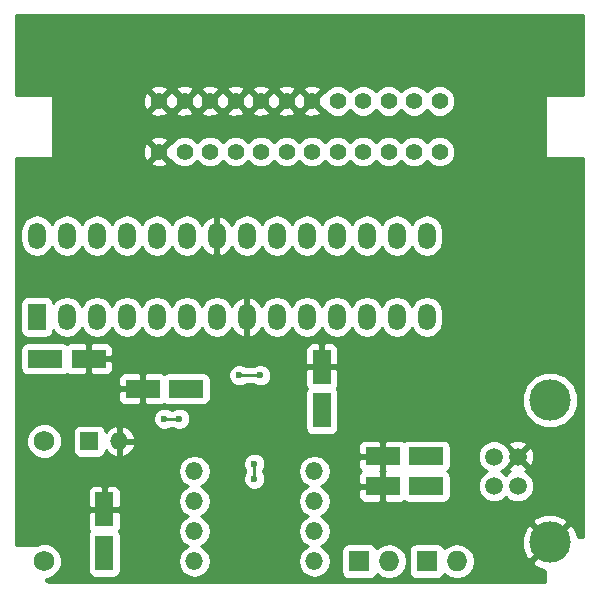
<source format=gbr>
G04 #@! TF.FileFunction,Copper,L2,Bot,Signal*
%FSLAX46Y46*%
G04 Gerber Fmt 4.6, Leading zero omitted, Abs format (unit mm)*
G04 Created by KiCad (PCBNEW 4.0.5+dfsg1-4~bpo8+1) date Mon May  8 03:03:41 2017*
%MOMM*%
%LPD*%
G01*
G04 APERTURE LIST*
%ADD10C,0.100000*%
%ADD11R,2.895600X1.498600*%
%ADD12R,1.498600X2.895600*%
%ADD13R,1.498600X1.498600*%
%ADD14O,1.498600X1.498600*%
%ADD15R,1.498600X2.247900*%
%ADD16O,1.498600X2.247900*%
%ADD17C,1.397000*%
%ADD18C,1.501140*%
%ADD19C,3.500120*%
%ADD20R,1.752600X1.752600*%
%ADD21O,1.752600X1.752600*%
%ADD22C,1.752600*%
%ADD23C,0.600000*%
%ADD24C,0.254000*%
G04 APERTURE END LIST*
D10*
D11*
X97218500Y-80645000D03*
X100901500Y-80645000D03*
D12*
X102235000Y-97091500D03*
X102235000Y-93408500D03*
D13*
X100965000Y-87630000D03*
D14*
X103505000Y-87630000D03*
D11*
X129476500Y-88900000D03*
X125793500Y-88900000D03*
X129476500Y-91440000D03*
X125793500Y-91440000D03*
D12*
X120650000Y-85026500D03*
X120650000Y-81343500D03*
D11*
X109156500Y-83185000D03*
X105473500Y-83185000D03*
D15*
X96520000Y-77095350D03*
D16*
X99060000Y-77095350D03*
X101600000Y-77095350D03*
X104140000Y-77095350D03*
X104140000Y-70224650D03*
X101600000Y-70224650D03*
X99060000Y-70224650D03*
X96520000Y-70224650D03*
X106680000Y-77095350D03*
X109220000Y-77095350D03*
X111760000Y-77095350D03*
X106680000Y-70224650D03*
X109220000Y-70224650D03*
X111760000Y-70224650D03*
X114300000Y-77095350D03*
X116840000Y-77095350D03*
X119380000Y-77095350D03*
X121920000Y-77095350D03*
X124460000Y-77095350D03*
X127000000Y-77095350D03*
X129540000Y-77095350D03*
X114300000Y-70224650D03*
X116840000Y-70224650D03*
X119380000Y-70224650D03*
X121920000Y-70224650D03*
X124460000Y-70224650D03*
X127000000Y-70224650D03*
X129540000Y-70224650D03*
D17*
X119824500Y-63106300D03*
X121983500Y-63106300D03*
X115506500Y-63106300D03*
X117665500Y-63106300D03*
X119824500Y-58813700D03*
X117665500Y-58813700D03*
X115506500Y-58813700D03*
X121983500Y-58813700D03*
X113347500Y-63106300D03*
X111188500Y-63106300D03*
X109029500Y-63106300D03*
X106870500Y-63106300D03*
X113347500Y-58813700D03*
X111188500Y-58813700D03*
X109029500Y-58813700D03*
X106870500Y-58813700D03*
X124142500Y-63106300D03*
X126301500Y-63106300D03*
X128460500Y-63106300D03*
X130619500Y-63106300D03*
X124142500Y-58813700D03*
X126301500Y-58813700D03*
X128460500Y-58813700D03*
X130619500Y-58813700D03*
D18*
X137236200Y-91414600D03*
X137236200Y-88925400D03*
X135229600Y-88925400D03*
X135229600Y-91414600D03*
D19*
X139954000Y-96189800D03*
X139954000Y-84150200D03*
D14*
X109855000Y-90170000D03*
X120015000Y-90170000D03*
X109855000Y-92710000D03*
X120015000Y-92710000D03*
X120015000Y-95250000D03*
X109855000Y-95250000D03*
X120015000Y-97790000D03*
X109855000Y-97790000D03*
D20*
X129540000Y-97790000D03*
D21*
X132080000Y-97790000D03*
D20*
X123825000Y-97790000D03*
D21*
X126365000Y-97790000D03*
D22*
X97155000Y-97790000D03*
X97155000Y-87630000D03*
D23*
X113792000Y-83439000D03*
X115443000Y-82042000D03*
X113665000Y-82042000D03*
X114935000Y-89535000D03*
X114935000Y-90805000D03*
X108585000Y-85725000D03*
X107315000Y-85725000D03*
D24*
X113665000Y-82042000D02*
X115443000Y-82042000D01*
X114935000Y-90805000D02*
X114935000Y-89535000D01*
X107315000Y-85725000D02*
X108585000Y-85725000D01*
G36*
X142748000Y-58293000D02*
X139700000Y-58293000D01*
X139650590Y-58303006D01*
X139608965Y-58331447D01*
X139581685Y-58373841D01*
X139573000Y-58420000D01*
X139573000Y-63500000D01*
X139583006Y-63549410D01*
X139611447Y-63591035D01*
X139653841Y-63618315D01*
X139700000Y-63627000D01*
X142748000Y-63627000D01*
X142748000Y-95758000D01*
X142333655Y-95758000D01*
X142332701Y-95684468D01*
X141993319Y-94865128D01*
X141648571Y-94674834D01*
X140565405Y-95758000D01*
X140206195Y-95758000D01*
X141468966Y-94495229D01*
X141278672Y-94150481D01*
X140397424Y-93798785D01*
X139448668Y-93811099D01*
X138629328Y-94150481D01*
X138439034Y-94495229D01*
X139701805Y-95758000D01*
X139700000Y-95758000D01*
X139650590Y-95768006D01*
X139608965Y-95796447D01*
X139581685Y-95838841D01*
X139573000Y-95885000D01*
X139573000Y-95988405D01*
X138259429Y-94674834D01*
X137914681Y-94865128D01*
X137562985Y-95746376D01*
X137575299Y-96695132D01*
X137914681Y-97514472D01*
X138259429Y-97704766D01*
X139573000Y-96391195D01*
X139573000Y-96750405D01*
X138439034Y-97884371D01*
X138629328Y-98229119D01*
X139510576Y-98580815D01*
X139573000Y-98580005D01*
X139573000Y-99568000D01*
X97598510Y-99568000D01*
X97282000Y-99505042D01*
X97282000Y-99301412D01*
X97454297Y-99301562D01*
X98009964Y-99071965D01*
X98435471Y-98647200D01*
X98666037Y-98091935D01*
X98666562Y-97490703D01*
X98436965Y-96935036D01*
X98012200Y-96509529D01*
X97456935Y-96278963D01*
X96855703Y-96278438D01*
X96578442Y-96393000D01*
X94742000Y-96393000D01*
X94742000Y-95643700D01*
X100838260Y-95643700D01*
X100838260Y-98539300D01*
X100882538Y-98774617D01*
X101021610Y-98990741D01*
X101233810Y-99135731D01*
X101485700Y-99186740D01*
X102984300Y-99186740D01*
X103219617Y-99142462D01*
X103435741Y-99003390D01*
X103580731Y-98791190D01*
X103631740Y-98539300D01*
X103631740Y-95643700D01*
X103587462Y-95408383D01*
X103486751Y-95251874D01*
X103522627Y-95215998D01*
X103619300Y-94982609D01*
X103619300Y-93694250D01*
X103460550Y-93535500D01*
X102362000Y-93535500D01*
X102362000Y-93555500D01*
X102108000Y-93555500D01*
X102108000Y-93535500D01*
X101009450Y-93535500D01*
X100850700Y-93694250D01*
X100850700Y-94982609D01*
X100947373Y-95215998D01*
X100984220Y-95252845D01*
X100889269Y-95391810D01*
X100838260Y-95643700D01*
X94742000Y-95643700D01*
X94742000Y-91834391D01*
X100850700Y-91834391D01*
X100850700Y-93122750D01*
X101009450Y-93281500D01*
X102108000Y-93281500D01*
X102108000Y-91484450D01*
X102362000Y-91484450D01*
X102362000Y-93281500D01*
X103460550Y-93281500D01*
X103619300Y-93122750D01*
X103619300Y-91834391D01*
X103522627Y-91601002D01*
X103343999Y-91422373D01*
X103110610Y-91325700D01*
X102520750Y-91325700D01*
X102362000Y-91484450D01*
X102108000Y-91484450D01*
X101949250Y-91325700D01*
X101359390Y-91325700D01*
X101126001Y-91422373D01*
X100947373Y-91601002D01*
X100850700Y-91834391D01*
X94742000Y-91834391D01*
X94742000Y-90170000D01*
X108443580Y-90170000D01*
X108548954Y-90699749D01*
X108849032Y-91148848D01*
X109284772Y-91440000D01*
X108849032Y-91731152D01*
X108548954Y-92180251D01*
X108443580Y-92710000D01*
X108548954Y-93239749D01*
X108849032Y-93688848D01*
X109284772Y-93980000D01*
X108849032Y-94271152D01*
X108548954Y-94720251D01*
X108443580Y-95250000D01*
X108548954Y-95779749D01*
X108849032Y-96228848D01*
X109284772Y-96520000D01*
X108849032Y-96811152D01*
X108548954Y-97260251D01*
X108443580Y-97790000D01*
X108548954Y-98319749D01*
X108849032Y-98768848D01*
X109298131Y-99068926D01*
X109827880Y-99174300D01*
X109882120Y-99174300D01*
X110411869Y-99068926D01*
X110860968Y-98768848D01*
X111161046Y-98319749D01*
X111266420Y-97790000D01*
X111161046Y-97260251D01*
X110860968Y-96811152D01*
X110425228Y-96520000D01*
X110860968Y-96228848D01*
X111161046Y-95779749D01*
X111266420Y-95250000D01*
X111161046Y-94720251D01*
X110860968Y-94271152D01*
X110425228Y-93980000D01*
X110860968Y-93688848D01*
X111161046Y-93239749D01*
X111266420Y-92710000D01*
X111161046Y-92180251D01*
X110860968Y-91731152D01*
X110425228Y-91440000D01*
X110860968Y-91148848D01*
X111161046Y-90699749D01*
X111266420Y-90170000D01*
X111176943Y-89720167D01*
X113999838Y-89720167D01*
X114141883Y-90063943D01*
X114173000Y-90095114D01*
X114173000Y-90244534D01*
X114142808Y-90274673D01*
X114000162Y-90618201D01*
X113999838Y-90990167D01*
X114141883Y-91333943D01*
X114404673Y-91597192D01*
X114748201Y-91739838D01*
X115120167Y-91740162D01*
X115463943Y-91598117D01*
X115727192Y-91335327D01*
X115869838Y-90991799D01*
X115870162Y-90619833D01*
X115728117Y-90276057D01*
X115697000Y-90244886D01*
X115697000Y-90170000D01*
X118603580Y-90170000D01*
X118708954Y-90699749D01*
X119009032Y-91148848D01*
X119444772Y-91440000D01*
X119009032Y-91731152D01*
X118708954Y-92180251D01*
X118603580Y-92710000D01*
X118708954Y-93239749D01*
X119009032Y-93688848D01*
X119444772Y-93980000D01*
X119009032Y-94271152D01*
X118708954Y-94720251D01*
X118603580Y-95250000D01*
X118708954Y-95779749D01*
X119009032Y-96228848D01*
X119444772Y-96520000D01*
X119009032Y-96811152D01*
X118708954Y-97260251D01*
X118603580Y-97790000D01*
X118708954Y-98319749D01*
X119009032Y-98768848D01*
X119458131Y-99068926D01*
X119987880Y-99174300D01*
X120042120Y-99174300D01*
X120571869Y-99068926D01*
X121020968Y-98768848D01*
X121321046Y-98319749D01*
X121426420Y-97790000D01*
X121321046Y-97260251D01*
X121089489Y-96913700D01*
X122301260Y-96913700D01*
X122301260Y-98666300D01*
X122345538Y-98901617D01*
X122484610Y-99117741D01*
X122696810Y-99262731D01*
X122948700Y-99313740D01*
X124701300Y-99313740D01*
X124936617Y-99269462D01*
X125152741Y-99130390D01*
X125297731Y-98918190D01*
X125304658Y-98883985D01*
X125757043Y-99186259D01*
X126335392Y-99301300D01*
X126394608Y-99301300D01*
X126972957Y-99186259D01*
X127463258Y-98858650D01*
X127790867Y-98368349D01*
X127905908Y-97790000D01*
X127790867Y-97211651D01*
X127591783Y-96913700D01*
X128016260Y-96913700D01*
X128016260Y-98666300D01*
X128060538Y-98901617D01*
X128199610Y-99117741D01*
X128411810Y-99262731D01*
X128663700Y-99313740D01*
X130416300Y-99313740D01*
X130651617Y-99269462D01*
X130867741Y-99130390D01*
X131012731Y-98918190D01*
X131019658Y-98883985D01*
X131472043Y-99186259D01*
X132050392Y-99301300D01*
X132109608Y-99301300D01*
X132687957Y-99186259D01*
X133178258Y-98858650D01*
X133505867Y-98368349D01*
X133620908Y-97790000D01*
X133505867Y-97211651D01*
X133178258Y-96721350D01*
X132687957Y-96393741D01*
X132109608Y-96278700D01*
X132050392Y-96278700D01*
X131472043Y-96393741D01*
X131022431Y-96694162D01*
X131019462Y-96678383D01*
X130880390Y-96462259D01*
X130668190Y-96317269D01*
X130416300Y-96266260D01*
X128663700Y-96266260D01*
X128428383Y-96310538D01*
X128212259Y-96449610D01*
X128067269Y-96661810D01*
X128016260Y-96913700D01*
X127591783Y-96913700D01*
X127463258Y-96721350D01*
X126972957Y-96393741D01*
X126394608Y-96278700D01*
X126335392Y-96278700D01*
X125757043Y-96393741D01*
X125307431Y-96694162D01*
X125304462Y-96678383D01*
X125165390Y-96462259D01*
X124953190Y-96317269D01*
X124701300Y-96266260D01*
X122948700Y-96266260D01*
X122713383Y-96310538D01*
X122497259Y-96449610D01*
X122352269Y-96661810D01*
X122301260Y-96913700D01*
X121089489Y-96913700D01*
X121020968Y-96811152D01*
X120585228Y-96520000D01*
X121020968Y-96228848D01*
X121321046Y-95779749D01*
X121426420Y-95250000D01*
X121321046Y-94720251D01*
X121020968Y-94271152D01*
X120585228Y-93980000D01*
X121020968Y-93688848D01*
X121321046Y-93239749D01*
X121426420Y-92710000D01*
X121321046Y-92180251D01*
X121020968Y-91731152D01*
X121012884Y-91725750D01*
X123710700Y-91725750D01*
X123710700Y-92315610D01*
X123807373Y-92548999D01*
X123986002Y-92727627D01*
X124219391Y-92824300D01*
X125507750Y-92824300D01*
X125666500Y-92665550D01*
X125666500Y-91567000D01*
X123869450Y-91567000D01*
X123710700Y-91725750D01*
X121012884Y-91725750D01*
X120585228Y-91440000D01*
X121020968Y-91148848D01*
X121321046Y-90699749D01*
X121426420Y-90170000D01*
X121321046Y-89640251D01*
X121020968Y-89191152D01*
X121012884Y-89185750D01*
X123710700Y-89185750D01*
X123710700Y-89775610D01*
X123807373Y-90008999D01*
X123968375Y-90170000D01*
X123807373Y-90331001D01*
X123710700Y-90564390D01*
X123710700Y-91154250D01*
X123869450Y-91313000D01*
X125666500Y-91313000D01*
X125666500Y-90214450D01*
X125622050Y-90170000D01*
X125666500Y-90125550D01*
X125666500Y-89027000D01*
X123869450Y-89027000D01*
X123710700Y-89185750D01*
X121012884Y-89185750D01*
X120571869Y-88891074D01*
X120042120Y-88785700D01*
X119987880Y-88785700D01*
X119458131Y-88891074D01*
X119009032Y-89191152D01*
X118708954Y-89640251D01*
X118603580Y-90170000D01*
X115697000Y-90170000D01*
X115697000Y-90095466D01*
X115727192Y-90065327D01*
X115869838Y-89721799D01*
X115870162Y-89349833D01*
X115728117Y-89006057D01*
X115465327Y-88742808D01*
X115121799Y-88600162D01*
X114749833Y-88599838D01*
X114406057Y-88741883D01*
X114142808Y-89004673D01*
X114000162Y-89348201D01*
X113999838Y-89720167D01*
X111176943Y-89720167D01*
X111161046Y-89640251D01*
X110860968Y-89191152D01*
X110411869Y-88891074D01*
X109882120Y-88785700D01*
X109827880Y-88785700D01*
X109298131Y-88891074D01*
X108849032Y-89191152D01*
X108548954Y-89640251D01*
X108443580Y-90170000D01*
X94742000Y-90170000D01*
X94742000Y-87929297D01*
X95643438Y-87929297D01*
X95873035Y-88484964D01*
X96297800Y-88910471D01*
X96853065Y-89141037D01*
X97454297Y-89141562D01*
X98009964Y-88911965D01*
X98435471Y-88487200D01*
X98666037Y-87931935D01*
X98666562Y-87330703D01*
X98480625Y-86880700D01*
X99568260Y-86880700D01*
X99568260Y-88379300D01*
X99612538Y-88614617D01*
X99751610Y-88830741D01*
X99963810Y-88975731D01*
X100215700Y-89026740D01*
X101714300Y-89026740D01*
X101949617Y-88982462D01*
X102165741Y-88843390D01*
X102310731Y-88631190D01*
X102360091Y-88387444D01*
X102676465Y-88738984D01*
X103163923Y-88971634D01*
X103378000Y-88849722D01*
X103378000Y-87757000D01*
X103632000Y-87757000D01*
X103632000Y-88849722D01*
X103846077Y-88971634D01*
X104333535Y-88738984D01*
X104694856Y-88337501D01*
X104824541Y-88024390D01*
X123710700Y-88024390D01*
X123710700Y-88614250D01*
X123869450Y-88773000D01*
X125666500Y-88773000D01*
X125666500Y-87674450D01*
X125920500Y-87674450D01*
X125920500Y-88773000D01*
X125940500Y-88773000D01*
X125940500Y-89027000D01*
X125920500Y-89027000D01*
X125920500Y-90125550D01*
X125964950Y-90170000D01*
X125920500Y-90214450D01*
X125920500Y-91313000D01*
X125940500Y-91313000D01*
X125940500Y-91567000D01*
X125920500Y-91567000D01*
X125920500Y-92665550D01*
X126079250Y-92824300D01*
X127367609Y-92824300D01*
X127600998Y-92727627D01*
X127637845Y-92690780D01*
X127776810Y-92785731D01*
X128028700Y-92836740D01*
X130924300Y-92836740D01*
X131159617Y-92792462D01*
X131375741Y-92653390D01*
X131520731Y-92441190D01*
X131571740Y-92189300D01*
X131571740Y-90690700D01*
X131527462Y-90455383D01*
X131388390Y-90239259D01*
X131287385Y-90170245D01*
X131375741Y-90113390D01*
X131520731Y-89901190D01*
X131571740Y-89649300D01*
X131571740Y-89199798D01*
X133843790Y-89199798D01*
X134054286Y-89709237D01*
X134443713Y-90099344D01*
X134613660Y-90169912D01*
X134445763Y-90239286D01*
X134055656Y-90628713D01*
X133844271Y-91137784D01*
X133843790Y-91688998D01*
X134054286Y-92198437D01*
X134443713Y-92588544D01*
X134952784Y-92799929D01*
X135503998Y-92800410D01*
X136013437Y-92589914D01*
X136232941Y-92370793D01*
X136450313Y-92588544D01*
X136959384Y-92799929D01*
X137510598Y-92800410D01*
X138020037Y-92589914D01*
X138410144Y-92200487D01*
X138621529Y-91691416D01*
X138622010Y-91140202D01*
X138411514Y-90630763D01*
X138022087Y-90240656D01*
X137867949Y-90176652D01*
X137960465Y-90138331D01*
X138028525Y-89897330D01*
X137236200Y-89105005D01*
X136443875Y-89897330D01*
X136511935Y-90138331D01*
X136611191Y-90173660D01*
X136452363Y-90239286D01*
X136232859Y-90458407D01*
X136015487Y-90240656D01*
X135845540Y-90170088D01*
X136013437Y-90100714D01*
X136403544Y-89711287D01*
X136497870Y-89484125D01*
X137056595Y-88925400D01*
X137415805Y-88925400D01*
X138208130Y-89717725D01*
X138449131Y-89649665D01*
X138633967Y-89130366D01*
X138606005Y-88579862D01*
X138449131Y-88201135D01*
X138208130Y-88133075D01*
X137415805Y-88925400D01*
X137056595Y-88925400D01*
X136497970Y-88366775D01*
X136404914Y-88141563D01*
X136217149Y-87953470D01*
X136443875Y-87953470D01*
X137236200Y-88745795D01*
X138028525Y-87953470D01*
X137960465Y-87712469D01*
X137441166Y-87527633D01*
X136890662Y-87555595D01*
X136511935Y-87712469D01*
X136443875Y-87953470D01*
X136217149Y-87953470D01*
X136015487Y-87751456D01*
X135506416Y-87540071D01*
X134955202Y-87539590D01*
X134445763Y-87750086D01*
X134055656Y-88139513D01*
X133844271Y-88648584D01*
X133843790Y-89199798D01*
X131571740Y-89199798D01*
X131571740Y-88150700D01*
X131527462Y-87915383D01*
X131388390Y-87699259D01*
X131176190Y-87554269D01*
X130924300Y-87503260D01*
X128028700Y-87503260D01*
X127793383Y-87547538D01*
X127636874Y-87648249D01*
X127600998Y-87612373D01*
X127367609Y-87515700D01*
X126079250Y-87515700D01*
X125920500Y-87674450D01*
X125666500Y-87674450D01*
X125507750Y-87515700D01*
X124219391Y-87515700D01*
X123986002Y-87612373D01*
X123807373Y-87791001D01*
X123710700Y-88024390D01*
X104824541Y-88024390D01*
X104846624Y-87971075D01*
X104723952Y-87757000D01*
X103632000Y-87757000D01*
X103378000Y-87757000D01*
X103358000Y-87757000D01*
X103358000Y-87503000D01*
X103378000Y-87503000D01*
X103378000Y-86410278D01*
X103632000Y-86410278D01*
X103632000Y-87503000D01*
X104723952Y-87503000D01*
X104846624Y-87288925D01*
X104694856Y-86922499D01*
X104333535Y-86521016D01*
X103846077Y-86288366D01*
X103632000Y-86410278D01*
X103378000Y-86410278D01*
X103163923Y-86288366D01*
X102676465Y-86521016D01*
X102360187Y-86872449D01*
X102317462Y-86645383D01*
X102178390Y-86429259D01*
X101966190Y-86284269D01*
X101714300Y-86233260D01*
X100215700Y-86233260D01*
X99980383Y-86277538D01*
X99764259Y-86416610D01*
X99619269Y-86628810D01*
X99568260Y-86880700D01*
X98480625Y-86880700D01*
X98436965Y-86775036D01*
X98012200Y-86349529D01*
X97456935Y-86118963D01*
X96855703Y-86118438D01*
X96300036Y-86348035D01*
X95874529Y-86772800D01*
X95643963Y-87328065D01*
X95643438Y-87929297D01*
X94742000Y-87929297D01*
X94742000Y-85910167D01*
X106379838Y-85910167D01*
X106521883Y-86253943D01*
X106784673Y-86517192D01*
X107128201Y-86659838D01*
X107500167Y-86660162D01*
X107843943Y-86518117D01*
X107875114Y-86487000D01*
X108024534Y-86487000D01*
X108054673Y-86517192D01*
X108398201Y-86659838D01*
X108770167Y-86660162D01*
X109113943Y-86518117D01*
X109377192Y-86255327D01*
X109519838Y-85911799D01*
X109520162Y-85539833D01*
X109378117Y-85196057D01*
X109115327Y-84932808D01*
X108771799Y-84790162D01*
X108399833Y-84789838D01*
X108056057Y-84931883D01*
X108024886Y-84963000D01*
X107875466Y-84963000D01*
X107845327Y-84932808D01*
X107501799Y-84790162D01*
X107129833Y-84789838D01*
X106786057Y-84931883D01*
X106522808Y-85194673D01*
X106380162Y-85538201D01*
X106379838Y-85910167D01*
X94742000Y-85910167D01*
X94742000Y-83470750D01*
X103390700Y-83470750D01*
X103390700Y-84060610D01*
X103487373Y-84293999D01*
X103666002Y-84472627D01*
X103899391Y-84569300D01*
X105187750Y-84569300D01*
X105346500Y-84410550D01*
X105346500Y-83312000D01*
X103549450Y-83312000D01*
X103390700Y-83470750D01*
X94742000Y-83470750D01*
X94742000Y-82309390D01*
X103390700Y-82309390D01*
X103390700Y-82899250D01*
X103549450Y-83058000D01*
X105346500Y-83058000D01*
X105346500Y-81959450D01*
X105600500Y-81959450D01*
X105600500Y-83058000D01*
X105620500Y-83058000D01*
X105620500Y-83312000D01*
X105600500Y-83312000D01*
X105600500Y-84410550D01*
X105759250Y-84569300D01*
X107047609Y-84569300D01*
X107280998Y-84472627D01*
X107317845Y-84435780D01*
X107456810Y-84530731D01*
X107708700Y-84581740D01*
X110604300Y-84581740D01*
X110839617Y-84537462D01*
X111055741Y-84398390D01*
X111200731Y-84186190D01*
X111251740Y-83934300D01*
X111251740Y-83578700D01*
X119253260Y-83578700D01*
X119253260Y-86474300D01*
X119297538Y-86709617D01*
X119436610Y-86925741D01*
X119648810Y-87070731D01*
X119900700Y-87121740D01*
X121399300Y-87121740D01*
X121634617Y-87077462D01*
X121850741Y-86938390D01*
X121995731Y-86726190D01*
X122046740Y-86474300D01*
X122046740Y-84622536D01*
X137568527Y-84622536D01*
X137930866Y-85499463D01*
X138601208Y-86170976D01*
X139477501Y-86534845D01*
X140426336Y-86535673D01*
X141303263Y-86173334D01*
X141974776Y-85502992D01*
X142338645Y-84626699D01*
X142339473Y-83677864D01*
X141977134Y-82800937D01*
X141306792Y-82129424D01*
X140430499Y-81765555D01*
X139481664Y-81764727D01*
X138604737Y-82127066D01*
X137933224Y-82797408D01*
X137569355Y-83673701D01*
X137568527Y-84622536D01*
X122046740Y-84622536D01*
X122046740Y-83578700D01*
X122002462Y-83343383D01*
X121901751Y-83186874D01*
X121937627Y-83150998D01*
X122034300Y-82917609D01*
X122034300Y-81629250D01*
X121875550Y-81470500D01*
X120777000Y-81470500D01*
X120777000Y-81490500D01*
X120523000Y-81490500D01*
X120523000Y-81470500D01*
X119424450Y-81470500D01*
X119265700Y-81629250D01*
X119265700Y-82917609D01*
X119362373Y-83150998D01*
X119399220Y-83187845D01*
X119304269Y-83326810D01*
X119253260Y-83578700D01*
X111251740Y-83578700D01*
X111251740Y-82435700D01*
X111212502Y-82227167D01*
X112729838Y-82227167D01*
X112871883Y-82570943D01*
X113134673Y-82834192D01*
X113478201Y-82976838D01*
X113850167Y-82977162D01*
X114193943Y-82835117D01*
X114225114Y-82804000D01*
X114882534Y-82804000D01*
X114912673Y-82834192D01*
X115256201Y-82976838D01*
X115628167Y-82977162D01*
X115971943Y-82835117D01*
X116235192Y-82572327D01*
X116377838Y-82228799D01*
X116378162Y-81856833D01*
X116236117Y-81513057D01*
X115973327Y-81249808D01*
X115629799Y-81107162D01*
X115257833Y-81106838D01*
X114914057Y-81248883D01*
X114882886Y-81280000D01*
X114225466Y-81280000D01*
X114195327Y-81249808D01*
X113851799Y-81107162D01*
X113479833Y-81106838D01*
X113136057Y-81248883D01*
X112872808Y-81511673D01*
X112730162Y-81855201D01*
X112729838Y-82227167D01*
X111212502Y-82227167D01*
X111207462Y-82200383D01*
X111068390Y-81984259D01*
X110856190Y-81839269D01*
X110604300Y-81788260D01*
X107708700Y-81788260D01*
X107473383Y-81832538D01*
X107316874Y-81933249D01*
X107280998Y-81897373D01*
X107047609Y-81800700D01*
X105759250Y-81800700D01*
X105600500Y-81959450D01*
X105346500Y-81959450D01*
X105187750Y-81800700D01*
X103899391Y-81800700D01*
X103666002Y-81897373D01*
X103487373Y-82076001D01*
X103390700Y-82309390D01*
X94742000Y-82309390D01*
X94742000Y-79895700D01*
X95123260Y-79895700D01*
X95123260Y-81394300D01*
X95167538Y-81629617D01*
X95306610Y-81845741D01*
X95518810Y-81990731D01*
X95770700Y-82041740D01*
X98666300Y-82041740D01*
X98901617Y-81997462D01*
X99058126Y-81896751D01*
X99094002Y-81932627D01*
X99327391Y-82029300D01*
X100615750Y-82029300D01*
X100774500Y-81870550D01*
X100774500Y-80772000D01*
X101028500Y-80772000D01*
X101028500Y-81870550D01*
X101187250Y-82029300D01*
X102475609Y-82029300D01*
X102708998Y-81932627D01*
X102887627Y-81753999D01*
X102984300Y-81520610D01*
X102984300Y-80930750D01*
X102825550Y-80772000D01*
X101028500Y-80772000D01*
X100774500Y-80772000D01*
X100754500Y-80772000D01*
X100754500Y-80518000D01*
X100774500Y-80518000D01*
X100774500Y-79419450D01*
X101028500Y-79419450D01*
X101028500Y-80518000D01*
X102825550Y-80518000D01*
X102984300Y-80359250D01*
X102984300Y-79769391D01*
X119265700Y-79769391D01*
X119265700Y-81057750D01*
X119424450Y-81216500D01*
X120523000Y-81216500D01*
X120523000Y-79419450D01*
X120777000Y-79419450D01*
X120777000Y-81216500D01*
X121875550Y-81216500D01*
X122034300Y-81057750D01*
X122034300Y-79769391D01*
X121937627Y-79536002D01*
X121758999Y-79357373D01*
X121525610Y-79260700D01*
X120935750Y-79260700D01*
X120777000Y-79419450D01*
X120523000Y-79419450D01*
X120364250Y-79260700D01*
X119774390Y-79260700D01*
X119541001Y-79357373D01*
X119362373Y-79536002D01*
X119265700Y-79769391D01*
X102984300Y-79769391D01*
X102984300Y-79769390D01*
X102887627Y-79536001D01*
X102708998Y-79357373D01*
X102475609Y-79260700D01*
X101187250Y-79260700D01*
X101028500Y-79419450D01*
X100774500Y-79419450D01*
X100615750Y-79260700D01*
X99327391Y-79260700D01*
X99094002Y-79357373D01*
X99057155Y-79394220D01*
X98918190Y-79299269D01*
X98666300Y-79248260D01*
X95770700Y-79248260D01*
X95535383Y-79292538D01*
X95319259Y-79431610D01*
X95174269Y-79643810D01*
X95123260Y-79895700D01*
X94742000Y-79895700D01*
X94742000Y-75971400D01*
X95123260Y-75971400D01*
X95123260Y-78219300D01*
X95167538Y-78454617D01*
X95306610Y-78670741D01*
X95518810Y-78815731D01*
X95770700Y-78866740D01*
X97269300Y-78866740D01*
X97504617Y-78822462D01*
X97720741Y-78683390D01*
X97865731Y-78471190D01*
X97913951Y-78233073D01*
X98081152Y-78483308D01*
X98530251Y-78783386D01*
X99060000Y-78888760D01*
X99589749Y-78783386D01*
X100038848Y-78483308D01*
X100330000Y-78047568D01*
X100621152Y-78483308D01*
X101070251Y-78783386D01*
X101600000Y-78888760D01*
X102129749Y-78783386D01*
X102578848Y-78483308D01*
X102870000Y-78047568D01*
X103161152Y-78483308D01*
X103610251Y-78783386D01*
X104140000Y-78888760D01*
X104669749Y-78783386D01*
X105118848Y-78483308D01*
X105410000Y-78047568D01*
X105701152Y-78483308D01*
X106150251Y-78783386D01*
X106680000Y-78888760D01*
X107209749Y-78783386D01*
X107658848Y-78483308D01*
X107950000Y-78047568D01*
X108241152Y-78483308D01*
X108690251Y-78783386D01*
X109220000Y-78888760D01*
X109749749Y-78783386D01*
X110198848Y-78483308D01*
X110490000Y-78047568D01*
X110781152Y-78483308D01*
X111230251Y-78783386D01*
X111760000Y-78888760D01*
X112289749Y-78783386D01*
X112738848Y-78483308D01*
X113038926Y-78034209D01*
X113041423Y-78021657D01*
X113069674Y-78117081D01*
X113410954Y-78538650D01*
X113887583Y-78797527D01*
X113958925Y-78811624D01*
X114173000Y-78688952D01*
X114173000Y-77222350D01*
X114153000Y-77222350D01*
X114153000Y-76968350D01*
X114173000Y-76968350D01*
X114173000Y-75501748D01*
X114427000Y-75501748D01*
X114427000Y-76968350D01*
X114447000Y-76968350D01*
X114447000Y-77222350D01*
X114427000Y-77222350D01*
X114427000Y-78688952D01*
X114641075Y-78811624D01*
X114712417Y-78797527D01*
X115189046Y-78538650D01*
X115530326Y-78117081D01*
X115558577Y-78021657D01*
X115561074Y-78034209D01*
X115861152Y-78483308D01*
X116310251Y-78783386D01*
X116840000Y-78888760D01*
X117369749Y-78783386D01*
X117818848Y-78483308D01*
X118110000Y-78047568D01*
X118401152Y-78483308D01*
X118850251Y-78783386D01*
X119380000Y-78888760D01*
X119909749Y-78783386D01*
X120358848Y-78483308D01*
X120650000Y-78047568D01*
X120941152Y-78483308D01*
X121390251Y-78783386D01*
X121920000Y-78888760D01*
X122449749Y-78783386D01*
X122898848Y-78483308D01*
X123190000Y-78047568D01*
X123481152Y-78483308D01*
X123930251Y-78783386D01*
X124460000Y-78888760D01*
X124989749Y-78783386D01*
X125438848Y-78483308D01*
X125730000Y-78047568D01*
X126021152Y-78483308D01*
X126470251Y-78783386D01*
X127000000Y-78888760D01*
X127529749Y-78783386D01*
X127978848Y-78483308D01*
X128270000Y-78047568D01*
X128561152Y-78483308D01*
X129010251Y-78783386D01*
X129540000Y-78888760D01*
X130069749Y-78783386D01*
X130518848Y-78483308D01*
X130818926Y-78034209D01*
X130924300Y-77504460D01*
X130924300Y-76686240D01*
X130818926Y-76156491D01*
X130518848Y-75707392D01*
X130069749Y-75407314D01*
X129540000Y-75301940D01*
X129010251Y-75407314D01*
X128561152Y-75707392D01*
X128270000Y-76143132D01*
X127978848Y-75707392D01*
X127529749Y-75407314D01*
X127000000Y-75301940D01*
X126470251Y-75407314D01*
X126021152Y-75707392D01*
X125730000Y-76143132D01*
X125438848Y-75707392D01*
X124989749Y-75407314D01*
X124460000Y-75301940D01*
X123930251Y-75407314D01*
X123481152Y-75707392D01*
X123190000Y-76143132D01*
X122898848Y-75707392D01*
X122449749Y-75407314D01*
X121920000Y-75301940D01*
X121390251Y-75407314D01*
X120941152Y-75707392D01*
X120650000Y-76143132D01*
X120358848Y-75707392D01*
X119909749Y-75407314D01*
X119380000Y-75301940D01*
X118850251Y-75407314D01*
X118401152Y-75707392D01*
X118110000Y-76143132D01*
X117818848Y-75707392D01*
X117369749Y-75407314D01*
X116840000Y-75301940D01*
X116310251Y-75407314D01*
X115861152Y-75707392D01*
X115561074Y-76156491D01*
X115558577Y-76169043D01*
X115530326Y-76073619D01*
X115189046Y-75652050D01*
X114712417Y-75393173D01*
X114641075Y-75379076D01*
X114427000Y-75501748D01*
X114173000Y-75501748D01*
X113958925Y-75379076D01*
X113887583Y-75393173D01*
X113410954Y-75652050D01*
X113069674Y-76073619D01*
X113041423Y-76169043D01*
X113038926Y-76156491D01*
X112738848Y-75707392D01*
X112289749Y-75407314D01*
X111760000Y-75301940D01*
X111230251Y-75407314D01*
X110781152Y-75707392D01*
X110490000Y-76143132D01*
X110198848Y-75707392D01*
X109749749Y-75407314D01*
X109220000Y-75301940D01*
X108690251Y-75407314D01*
X108241152Y-75707392D01*
X107950000Y-76143132D01*
X107658848Y-75707392D01*
X107209749Y-75407314D01*
X106680000Y-75301940D01*
X106150251Y-75407314D01*
X105701152Y-75707392D01*
X105410000Y-76143132D01*
X105118848Y-75707392D01*
X104669749Y-75407314D01*
X104140000Y-75301940D01*
X103610251Y-75407314D01*
X103161152Y-75707392D01*
X102870000Y-76143132D01*
X102578848Y-75707392D01*
X102129749Y-75407314D01*
X101600000Y-75301940D01*
X101070251Y-75407314D01*
X100621152Y-75707392D01*
X100330000Y-76143132D01*
X100038848Y-75707392D01*
X99589749Y-75407314D01*
X99060000Y-75301940D01*
X98530251Y-75407314D01*
X98081152Y-75707392D01*
X97914105Y-75957396D01*
X97872462Y-75736083D01*
X97733390Y-75519959D01*
X97521190Y-75374969D01*
X97269300Y-75323960D01*
X95770700Y-75323960D01*
X95535383Y-75368238D01*
X95319259Y-75507310D01*
X95174269Y-75719510D01*
X95123260Y-75971400D01*
X94742000Y-75971400D01*
X94742000Y-69815540D01*
X95135700Y-69815540D01*
X95135700Y-70633760D01*
X95241074Y-71163509D01*
X95541152Y-71612608D01*
X95990251Y-71912686D01*
X96520000Y-72018060D01*
X97049749Y-71912686D01*
X97498848Y-71612608D01*
X97790000Y-71176868D01*
X98081152Y-71612608D01*
X98530251Y-71912686D01*
X99060000Y-72018060D01*
X99589749Y-71912686D01*
X100038848Y-71612608D01*
X100330000Y-71176868D01*
X100621152Y-71612608D01*
X101070251Y-71912686D01*
X101600000Y-72018060D01*
X102129749Y-71912686D01*
X102578848Y-71612608D01*
X102870000Y-71176868D01*
X103161152Y-71612608D01*
X103610251Y-71912686D01*
X104140000Y-72018060D01*
X104669749Y-71912686D01*
X105118848Y-71612608D01*
X105410000Y-71176868D01*
X105701152Y-71612608D01*
X106150251Y-71912686D01*
X106680000Y-72018060D01*
X107209749Y-71912686D01*
X107658848Y-71612608D01*
X107950000Y-71176868D01*
X108241152Y-71612608D01*
X108690251Y-71912686D01*
X109220000Y-72018060D01*
X109749749Y-71912686D01*
X110198848Y-71612608D01*
X110498926Y-71163509D01*
X110501423Y-71150957D01*
X110529674Y-71246381D01*
X110870954Y-71667950D01*
X111347583Y-71926827D01*
X111418925Y-71940924D01*
X111633000Y-71818252D01*
X111633000Y-70351650D01*
X111613000Y-70351650D01*
X111613000Y-70097650D01*
X111633000Y-70097650D01*
X111633000Y-68631048D01*
X111887000Y-68631048D01*
X111887000Y-70097650D01*
X111907000Y-70097650D01*
X111907000Y-70351650D01*
X111887000Y-70351650D01*
X111887000Y-71818252D01*
X112101075Y-71940924D01*
X112172417Y-71926827D01*
X112649046Y-71667950D01*
X112990326Y-71246381D01*
X113018577Y-71150957D01*
X113021074Y-71163509D01*
X113321152Y-71612608D01*
X113770251Y-71912686D01*
X114300000Y-72018060D01*
X114829749Y-71912686D01*
X115278848Y-71612608D01*
X115570000Y-71176868D01*
X115861152Y-71612608D01*
X116310251Y-71912686D01*
X116840000Y-72018060D01*
X117369749Y-71912686D01*
X117818848Y-71612608D01*
X118110000Y-71176868D01*
X118401152Y-71612608D01*
X118850251Y-71912686D01*
X119380000Y-72018060D01*
X119909749Y-71912686D01*
X120358848Y-71612608D01*
X120650000Y-71176868D01*
X120941152Y-71612608D01*
X121390251Y-71912686D01*
X121920000Y-72018060D01*
X122449749Y-71912686D01*
X122898848Y-71612608D01*
X123190000Y-71176868D01*
X123481152Y-71612608D01*
X123930251Y-71912686D01*
X124460000Y-72018060D01*
X124989749Y-71912686D01*
X125438848Y-71612608D01*
X125730000Y-71176868D01*
X126021152Y-71612608D01*
X126470251Y-71912686D01*
X127000000Y-72018060D01*
X127529749Y-71912686D01*
X127978848Y-71612608D01*
X128270000Y-71176868D01*
X128561152Y-71612608D01*
X129010251Y-71912686D01*
X129540000Y-72018060D01*
X130069749Y-71912686D01*
X130518848Y-71612608D01*
X130818926Y-71163509D01*
X130924300Y-70633760D01*
X130924300Y-69815540D01*
X130818926Y-69285791D01*
X130518848Y-68836692D01*
X130069749Y-68536614D01*
X129540000Y-68431240D01*
X129010251Y-68536614D01*
X128561152Y-68836692D01*
X128270000Y-69272432D01*
X127978848Y-68836692D01*
X127529749Y-68536614D01*
X127000000Y-68431240D01*
X126470251Y-68536614D01*
X126021152Y-68836692D01*
X125730000Y-69272432D01*
X125438848Y-68836692D01*
X124989749Y-68536614D01*
X124460000Y-68431240D01*
X123930251Y-68536614D01*
X123481152Y-68836692D01*
X123190000Y-69272432D01*
X122898848Y-68836692D01*
X122449749Y-68536614D01*
X121920000Y-68431240D01*
X121390251Y-68536614D01*
X120941152Y-68836692D01*
X120650000Y-69272432D01*
X120358848Y-68836692D01*
X119909749Y-68536614D01*
X119380000Y-68431240D01*
X118850251Y-68536614D01*
X118401152Y-68836692D01*
X118110000Y-69272432D01*
X117818848Y-68836692D01*
X117369749Y-68536614D01*
X116840000Y-68431240D01*
X116310251Y-68536614D01*
X115861152Y-68836692D01*
X115570000Y-69272432D01*
X115278848Y-68836692D01*
X114829749Y-68536614D01*
X114300000Y-68431240D01*
X113770251Y-68536614D01*
X113321152Y-68836692D01*
X113021074Y-69285791D01*
X113018577Y-69298343D01*
X112990326Y-69202919D01*
X112649046Y-68781350D01*
X112172417Y-68522473D01*
X112101075Y-68508376D01*
X111887000Y-68631048D01*
X111633000Y-68631048D01*
X111418925Y-68508376D01*
X111347583Y-68522473D01*
X110870954Y-68781350D01*
X110529674Y-69202919D01*
X110501423Y-69298343D01*
X110498926Y-69285791D01*
X110198848Y-68836692D01*
X109749749Y-68536614D01*
X109220000Y-68431240D01*
X108690251Y-68536614D01*
X108241152Y-68836692D01*
X107950000Y-69272432D01*
X107658848Y-68836692D01*
X107209749Y-68536614D01*
X106680000Y-68431240D01*
X106150251Y-68536614D01*
X105701152Y-68836692D01*
X105410000Y-69272432D01*
X105118848Y-68836692D01*
X104669749Y-68536614D01*
X104140000Y-68431240D01*
X103610251Y-68536614D01*
X103161152Y-68836692D01*
X102870000Y-69272432D01*
X102578848Y-68836692D01*
X102129749Y-68536614D01*
X101600000Y-68431240D01*
X101070251Y-68536614D01*
X100621152Y-68836692D01*
X100330000Y-69272432D01*
X100038848Y-68836692D01*
X99589749Y-68536614D01*
X99060000Y-68431240D01*
X98530251Y-68536614D01*
X98081152Y-68836692D01*
X97790000Y-69272432D01*
X97498848Y-68836692D01*
X97049749Y-68536614D01*
X96520000Y-68431240D01*
X95990251Y-68536614D01*
X95541152Y-68836692D01*
X95241074Y-69285791D01*
X95135700Y-69815540D01*
X94742000Y-69815540D01*
X94742000Y-64040488D01*
X106115917Y-64040488D01*
X106177571Y-64276100D01*
X106677980Y-64452227D01*
X107207699Y-64423448D01*
X107563429Y-64276100D01*
X107625083Y-64040488D01*
X106870500Y-63285905D01*
X106115917Y-64040488D01*
X94742000Y-64040488D01*
X94742000Y-63627000D01*
X97790000Y-63627000D01*
X97839410Y-63616994D01*
X97881035Y-63588553D01*
X97908315Y-63546159D01*
X97917000Y-63500000D01*
X97917000Y-62913780D01*
X105524573Y-62913780D01*
X105553352Y-63443499D01*
X105700700Y-63799229D01*
X105936312Y-63860883D01*
X106690895Y-63106300D01*
X107050105Y-63106300D01*
X107804688Y-63860883D01*
X107889290Y-63838745D01*
X107898354Y-63860680D01*
X108273147Y-64236127D01*
X108763087Y-64439568D01*
X109293586Y-64440031D01*
X109783880Y-64237446D01*
X110109238Y-63912655D01*
X110432147Y-64236127D01*
X110922087Y-64439568D01*
X111452586Y-64440031D01*
X111942880Y-64237446D01*
X112268238Y-63912655D01*
X112591147Y-64236127D01*
X113081087Y-64439568D01*
X113611586Y-64440031D01*
X114101880Y-64237446D01*
X114427238Y-63912655D01*
X114750147Y-64236127D01*
X115240087Y-64439568D01*
X115770586Y-64440031D01*
X116260880Y-64237446D01*
X116586238Y-63912655D01*
X116909147Y-64236127D01*
X117399087Y-64439568D01*
X117929586Y-64440031D01*
X118419880Y-64237446D01*
X118745238Y-63912655D01*
X119068147Y-64236127D01*
X119558087Y-64439568D01*
X120088586Y-64440031D01*
X120578880Y-64237446D01*
X120904238Y-63912655D01*
X121227147Y-64236127D01*
X121717087Y-64439568D01*
X122247586Y-64440031D01*
X122737880Y-64237446D01*
X123063238Y-63912655D01*
X123386147Y-64236127D01*
X123876087Y-64439568D01*
X124406586Y-64440031D01*
X124896880Y-64237446D01*
X125222238Y-63912655D01*
X125545147Y-64236127D01*
X126035087Y-64439568D01*
X126565586Y-64440031D01*
X127055880Y-64237446D01*
X127381238Y-63912655D01*
X127704147Y-64236127D01*
X128194087Y-64439568D01*
X128724586Y-64440031D01*
X129214880Y-64237446D01*
X129540238Y-63912655D01*
X129863147Y-64236127D01*
X130353087Y-64439568D01*
X130883586Y-64440031D01*
X131373880Y-64237446D01*
X131749327Y-63862653D01*
X131952768Y-63372713D01*
X131953231Y-62842214D01*
X131750646Y-62351920D01*
X131375853Y-61976473D01*
X130885913Y-61773032D01*
X130355414Y-61772569D01*
X129865120Y-61975154D01*
X129539762Y-62299945D01*
X129216853Y-61976473D01*
X128726913Y-61773032D01*
X128196414Y-61772569D01*
X127706120Y-61975154D01*
X127380762Y-62299945D01*
X127057853Y-61976473D01*
X126567913Y-61773032D01*
X126037414Y-61772569D01*
X125547120Y-61975154D01*
X125221762Y-62299945D01*
X124898853Y-61976473D01*
X124408913Y-61773032D01*
X123878414Y-61772569D01*
X123388120Y-61975154D01*
X123062762Y-62299945D01*
X122739853Y-61976473D01*
X122249913Y-61773032D01*
X121719414Y-61772569D01*
X121229120Y-61975154D01*
X120903762Y-62299945D01*
X120580853Y-61976473D01*
X120090913Y-61773032D01*
X119560414Y-61772569D01*
X119070120Y-61975154D01*
X118744762Y-62299945D01*
X118421853Y-61976473D01*
X117931913Y-61773032D01*
X117401414Y-61772569D01*
X116911120Y-61975154D01*
X116585762Y-62299945D01*
X116262853Y-61976473D01*
X115772913Y-61773032D01*
X115242414Y-61772569D01*
X114752120Y-61975154D01*
X114426762Y-62299945D01*
X114103853Y-61976473D01*
X113613913Y-61773032D01*
X113083414Y-61772569D01*
X112593120Y-61975154D01*
X112267762Y-62299945D01*
X111944853Y-61976473D01*
X111454913Y-61773032D01*
X110924414Y-61772569D01*
X110434120Y-61975154D01*
X110108762Y-62299945D01*
X109785853Y-61976473D01*
X109295913Y-61773032D01*
X108765414Y-61772569D01*
X108275120Y-61975154D01*
X107899673Y-62349947D01*
X107889701Y-62373963D01*
X107804688Y-62351717D01*
X107050105Y-63106300D01*
X106690895Y-63106300D01*
X105936312Y-62351717D01*
X105700700Y-62413371D01*
X105524573Y-62913780D01*
X97917000Y-62913780D01*
X97917000Y-62172112D01*
X106115917Y-62172112D01*
X106870500Y-62926695D01*
X107625083Y-62172112D01*
X107563429Y-61936500D01*
X107063020Y-61760373D01*
X106533301Y-61789152D01*
X106177571Y-61936500D01*
X106115917Y-62172112D01*
X97917000Y-62172112D01*
X97917000Y-59747888D01*
X106115917Y-59747888D01*
X106177571Y-59983500D01*
X106677980Y-60159627D01*
X107207699Y-60130848D01*
X107563429Y-59983500D01*
X107625083Y-59747888D01*
X108274917Y-59747888D01*
X108336571Y-59983500D01*
X108836980Y-60159627D01*
X109366699Y-60130848D01*
X109722429Y-59983500D01*
X109784083Y-59747888D01*
X110433917Y-59747888D01*
X110495571Y-59983500D01*
X110995980Y-60159627D01*
X111525699Y-60130848D01*
X111881429Y-59983500D01*
X111943083Y-59747888D01*
X112592917Y-59747888D01*
X112654571Y-59983500D01*
X113154980Y-60159627D01*
X113684699Y-60130848D01*
X114040429Y-59983500D01*
X114102083Y-59747888D01*
X114751917Y-59747888D01*
X114813571Y-59983500D01*
X115313980Y-60159627D01*
X115843699Y-60130848D01*
X116199429Y-59983500D01*
X116261083Y-59747888D01*
X116910917Y-59747888D01*
X116972571Y-59983500D01*
X117472980Y-60159627D01*
X118002699Y-60130848D01*
X118358429Y-59983500D01*
X118420083Y-59747888D01*
X119069917Y-59747888D01*
X119131571Y-59983500D01*
X119631980Y-60159627D01*
X120161699Y-60130848D01*
X120517429Y-59983500D01*
X120579083Y-59747888D01*
X119824500Y-58993305D01*
X119069917Y-59747888D01*
X118420083Y-59747888D01*
X117665500Y-58993305D01*
X116910917Y-59747888D01*
X116261083Y-59747888D01*
X115506500Y-58993305D01*
X114751917Y-59747888D01*
X114102083Y-59747888D01*
X113347500Y-58993305D01*
X112592917Y-59747888D01*
X111943083Y-59747888D01*
X111188500Y-58993305D01*
X110433917Y-59747888D01*
X109784083Y-59747888D01*
X109029500Y-58993305D01*
X108274917Y-59747888D01*
X107625083Y-59747888D01*
X106870500Y-58993305D01*
X106115917Y-59747888D01*
X97917000Y-59747888D01*
X97917000Y-58621180D01*
X105524573Y-58621180D01*
X105553352Y-59150899D01*
X105700700Y-59506629D01*
X105936312Y-59568283D01*
X106690895Y-58813700D01*
X107050105Y-58813700D01*
X107804688Y-59568283D01*
X107950000Y-59530258D01*
X108095312Y-59568283D01*
X108849895Y-58813700D01*
X109209105Y-58813700D01*
X109963688Y-59568283D01*
X110109000Y-59530258D01*
X110254312Y-59568283D01*
X111008895Y-58813700D01*
X111368105Y-58813700D01*
X112122688Y-59568283D01*
X112268000Y-59530258D01*
X112413312Y-59568283D01*
X113167895Y-58813700D01*
X113527105Y-58813700D01*
X114281688Y-59568283D01*
X114427000Y-59530258D01*
X114572312Y-59568283D01*
X115326895Y-58813700D01*
X115686105Y-58813700D01*
X116440688Y-59568283D01*
X116586000Y-59530258D01*
X116731312Y-59568283D01*
X117485895Y-58813700D01*
X117845105Y-58813700D01*
X118599688Y-59568283D01*
X118745000Y-59530258D01*
X118890312Y-59568283D01*
X119644895Y-58813700D01*
X120004105Y-58813700D01*
X120758688Y-59568283D01*
X120843290Y-59546145D01*
X120852354Y-59568080D01*
X121227147Y-59943527D01*
X121717087Y-60146968D01*
X122247586Y-60147431D01*
X122737880Y-59944846D01*
X123063238Y-59620055D01*
X123386147Y-59943527D01*
X123876087Y-60146968D01*
X124406586Y-60147431D01*
X124896880Y-59944846D01*
X125222238Y-59620055D01*
X125545147Y-59943527D01*
X126035087Y-60146968D01*
X126565586Y-60147431D01*
X127055880Y-59944846D01*
X127381238Y-59620055D01*
X127704147Y-59943527D01*
X128194087Y-60146968D01*
X128724586Y-60147431D01*
X129214880Y-59944846D01*
X129540238Y-59620055D01*
X129863147Y-59943527D01*
X130353087Y-60146968D01*
X130883586Y-60147431D01*
X131373880Y-59944846D01*
X131749327Y-59570053D01*
X131952768Y-59080113D01*
X131953231Y-58549614D01*
X131750646Y-58059320D01*
X131375853Y-57683873D01*
X130885913Y-57480432D01*
X130355414Y-57479969D01*
X129865120Y-57682554D01*
X129539762Y-58007345D01*
X129216853Y-57683873D01*
X128726913Y-57480432D01*
X128196414Y-57479969D01*
X127706120Y-57682554D01*
X127380762Y-58007345D01*
X127057853Y-57683873D01*
X126567913Y-57480432D01*
X126037414Y-57479969D01*
X125547120Y-57682554D01*
X125221762Y-58007345D01*
X124898853Y-57683873D01*
X124408913Y-57480432D01*
X123878414Y-57479969D01*
X123388120Y-57682554D01*
X123062762Y-58007345D01*
X122739853Y-57683873D01*
X122249913Y-57480432D01*
X121719414Y-57479969D01*
X121229120Y-57682554D01*
X120853673Y-58057347D01*
X120843701Y-58081363D01*
X120758688Y-58059117D01*
X120004105Y-58813700D01*
X119644895Y-58813700D01*
X118890312Y-58059117D01*
X118745000Y-58097142D01*
X118599688Y-58059117D01*
X117845105Y-58813700D01*
X117485895Y-58813700D01*
X116731312Y-58059117D01*
X116586000Y-58097142D01*
X116440688Y-58059117D01*
X115686105Y-58813700D01*
X115326895Y-58813700D01*
X114572312Y-58059117D01*
X114427000Y-58097142D01*
X114281688Y-58059117D01*
X113527105Y-58813700D01*
X113167895Y-58813700D01*
X112413312Y-58059117D01*
X112268000Y-58097142D01*
X112122688Y-58059117D01*
X111368105Y-58813700D01*
X111008895Y-58813700D01*
X110254312Y-58059117D01*
X110109000Y-58097142D01*
X109963688Y-58059117D01*
X109209105Y-58813700D01*
X108849895Y-58813700D01*
X108095312Y-58059117D01*
X107950000Y-58097142D01*
X107804688Y-58059117D01*
X107050105Y-58813700D01*
X106690895Y-58813700D01*
X105936312Y-58059117D01*
X105700700Y-58120771D01*
X105524573Y-58621180D01*
X97917000Y-58621180D01*
X97917000Y-58420000D01*
X97906994Y-58370590D01*
X97878553Y-58328965D01*
X97836159Y-58301685D01*
X97790000Y-58293000D01*
X94742000Y-58293000D01*
X94742000Y-57879512D01*
X106115917Y-57879512D01*
X106870500Y-58634095D01*
X107625083Y-57879512D01*
X108274917Y-57879512D01*
X109029500Y-58634095D01*
X109784083Y-57879512D01*
X110433917Y-57879512D01*
X111188500Y-58634095D01*
X111943083Y-57879512D01*
X112592917Y-57879512D01*
X113347500Y-58634095D01*
X114102083Y-57879512D01*
X114751917Y-57879512D01*
X115506500Y-58634095D01*
X116261083Y-57879512D01*
X116910917Y-57879512D01*
X117665500Y-58634095D01*
X118420083Y-57879512D01*
X119069917Y-57879512D01*
X119824500Y-58634095D01*
X120579083Y-57879512D01*
X120517429Y-57643900D01*
X120017020Y-57467773D01*
X119487301Y-57496552D01*
X119131571Y-57643900D01*
X119069917Y-57879512D01*
X118420083Y-57879512D01*
X118358429Y-57643900D01*
X117858020Y-57467773D01*
X117328301Y-57496552D01*
X116972571Y-57643900D01*
X116910917Y-57879512D01*
X116261083Y-57879512D01*
X116199429Y-57643900D01*
X115699020Y-57467773D01*
X115169301Y-57496552D01*
X114813571Y-57643900D01*
X114751917Y-57879512D01*
X114102083Y-57879512D01*
X114040429Y-57643900D01*
X113540020Y-57467773D01*
X113010301Y-57496552D01*
X112654571Y-57643900D01*
X112592917Y-57879512D01*
X111943083Y-57879512D01*
X111881429Y-57643900D01*
X111381020Y-57467773D01*
X110851301Y-57496552D01*
X110495571Y-57643900D01*
X110433917Y-57879512D01*
X109784083Y-57879512D01*
X109722429Y-57643900D01*
X109222020Y-57467773D01*
X108692301Y-57496552D01*
X108336571Y-57643900D01*
X108274917Y-57879512D01*
X107625083Y-57879512D01*
X107563429Y-57643900D01*
X107063020Y-57467773D01*
X106533301Y-57496552D01*
X106177571Y-57643900D01*
X106115917Y-57879512D01*
X94742000Y-57879512D01*
X94742000Y-51562000D01*
X142748000Y-51562000D01*
X142748000Y-58293000D01*
X142748000Y-58293000D01*
G37*
X142748000Y-58293000D02*
X139700000Y-58293000D01*
X139650590Y-58303006D01*
X139608965Y-58331447D01*
X139581685Y-58373841D01*
X139573000Y-58420000D01*
X139573000Y-63500000D01*
X139583006Y-63549410D01*
X139611447Y-63591035D01*
X139653841Y-63618315D01*
X139700000Y-63627000D01*
X142748000Y-63627000D01*
X142748000Y-95758000D01*
X142333655Y-95758000D01*
X142332701Y-95684468D01*
X141993319Y-94865128D01*
X141648571Y-94674834D01*
X140565405Y-95758000D01*
X140206195Y-95758000D01*
X141468966Y-94495229D01*
X141278672Y-94150481D01*
X140397424Y-93798785D01*
X139448668Y-93811099D01*
X138629328Y-94150481D01*
X138439034Y-94495229D01*
X139701805Y-95758000D01*
X139700000Y-95758000D01*
X139650590Y-95768006D01*
X139608965Y-95796447D01*
X139581685Y-95838841D01*
X139573000Y-95885000D01*
X139573000Y-95988405D01*
X138259429Y-94674834D01*
X137914681Y-94865128D01*
X137562985Y-95746376D01*
X137575299Y-96695132D01*
X137914681Y-97514472D01*
X138259429Y-97704766D01*
X139573000Y-96391195D01*
X139573000Y-96750405D01*
X138439034Y-97884371D01*
X138629328Y-98229119D01*
X139510576Y-98580815D01*
X139573000Y-98580005D01*
X139573000Y-99568000D01*
X97598510Y-99568000D01*
X97282000Y-99505042D01*
X97282000Y-99301412D01*
X97454297Y-99301562D01*
X98009964Y-99071965D01*
X98435471Y-98647200D01*
X98666037Y-98091935D01*
X98666562Y-97490703D01*
X98436965Y-96935036D01*
X98012200Y-96509529D01*
X97456935Y-96278963D01*
X96855703Y-96278438D01*
X96578442Y-96393000D01*
X94742000Y-96393000D01*
X94742000Y-95643700D01*
X100838260Y-95643700D01*
X100838260Y-98539300D01*
X100882538Y-98774617D01*
X101021610Y-98990741D01*
X101233810Y-99135731D01*
X101485700Y-99186740D01*
X102984300Y-99186740D01*
X103219617Y-99142462D01*
X103435741Y-99003390D01*
X103580731Y-98791190D01*
X103631740Y-98539300D01*
X103631740Y-95643700D01*
X103587462Y-95408383D01*
X103486751Y-95251874D01*
X103522627Y-95215998D01*
X103619300Y-94982609D01*
X103619300Y-93694250D01*
X103460550Y-93535500D01*
X102362000Y-93535500D01*
X102362000Y-93555500D01*
X102108000Y-93555500D01*
X102108000Y-93535500D01*
X101009450Y-93535500D01*
X100850700Y-93694250D01*
X100850700Y-94982609D01*
X100947373Y-95215998D01*
X100984220Y-95252845D01*
X100889269Y-95391810D01*
X100838260Y-95643700D01*
X94742000Y-95643700D01*
X94742000Y-91834391D01*
X100850700Y-91834391D01*
X100850700Y-93122750D01*
X101009450Y-93281500D01*
X102108000Y-93281500D01*
X102108000Y-91484450D01*
X102362000Y-91484450D01*
X102362000Y-93281500D01*
X103460550Y-93281500D01*
X103619300Y-93122750D01*
X103619300Y-91834391D01*
X103522627Y-91601002D01*
X103343999Y-91422373D01*
X103110610Y-91325700D01*
X102520750Y-91325700D01*
X102362000Y-91484450D01*
X102108000Y-91484450D01*
X101949250Y-91325700D01*
X101359390Y-91325700D01*
X101126001Y-91422373D01*
X100947373Y-91601002D01*
X100850700Y-91834391D01*
X94742000Y-91834391D01*
X94742000Y-90170000D01*
X108443580Y-90170000D01*
X108548954Y-90699749D01*
X108849032Y-91148848D01*
X109284772Y-91440000D01*
X108849032Y-91731152D01*
X108548954Y-92180251D01*
X108443580Y-92710000D01*
X108548954Y-93239749D01*
X108849032Y-93688848D01*
X109284772Y-93980000D01*
X108849032Y-94271152D01*
X108548954Y-94720251D01*
X108443580Y-95250000D01*
X108548954Y-95779749D01*
X108849032Y-96228848D01*
X109284772Y-96520000D01*
X108849032Y-96811152D01*
X108548954Y-97260251D01*
X108443580Y-97790000D01*
X108548954Y-98319749D01*
X108849032Y-98768848D01*
X109298131Y-99068926D01*
X109827880Y-99174300D01*
X109882120Y-99174300D01*
X110411869Y-99068926D01*
X110860968Y-98768848D01*
X111161046Y-98319749D01*
X111266420Y-97790000D01*
X111161046Y-97260251D01*
X110860968Y-96811152D01*
X110425228Y-96520000D01*
X110860968Y-96228848D01*
X111161046Y-95779749D01*
X111266420Y-95250000D01*
X111161046Y-94720251D01*
X110860968Y-94271152D01*
X110425228Y-93980000D01*
X110860968Y-93688848D01*
X111161046Y-93239749D01*
X111266420Y-92710000D01*
X111161046Y-92180251D01*
X110860968Y-91731152D01*
X110425228Y-91440000D01*
X110860968Y-91148848D01*
X111161046Y-90699749D01*
X111266420Y-90170000D01*
X111176943Y-89720167D01*
X113999838Y-89720167D01*
X114141883Y-90063943D01*
X114173000Y-90095114D01*
X114173000Y-90244534D01*
X114142808Y-90274673D01*
X114000162Y-90618201D01*
X113999838Y-90990167D01*
X114141883Y-91333943D01*
X114404673Y-91597192D01*
X114748201Y-91739838D01*
X115120167Y-91740162D01*
X115463943Y-91598117D01*
X115727192Y-91335327D01*
X115869838Y-90991799D01*
X115870162Y-90619833D01*
X115728117Y-90276057D01*
X115697000Y-90244886D01*
X115697000Y-90170000D01*
X118603580Y-90170000D01*
X118708954Y-90699749D01*
X119009032Y-91148848D01*
X119444772Y-91440000D01*
X119009032Y-91731152D01*
X118708954Y-92180251D01*
X118603580Y-92710000D01*
X118708954Y-93239749D01*
X119009032Y-93688848D01*
X119444772Y-93980000D01*
X119009032Y-94271152D01*
X118708954Y-94720251D01*
X118603580Y-95250000D01*
X118708954Y-95779749D01*
X119009032Y-96228848D01*
X119444772Y-96520000D01*
X119009032Y-96811152D01*
X118708954Y-97260251D01*
X118603580Y-97790000D01*
X118708954Y-98319749D01*
X119009032Y-98768848D01*
X119458131Y-99068926D01*
X119987880Y-99174300D01*
X120042120Y-99174300D01*
X120571869Y-99068926D01*
X121020968Y-98768848D01*
X121321046Y-98319749D01*
X121426420Y-97790000D01*
X121321046Y-97260251D01*
X121089489Y-96913700D01*
X122301260Y-96913700D01*
X122301260Y-98666300D01*
X122345538Y-98901617D01*
X122484610Y-99117741D01*
X122696810Y-99262731D01*
X122948700Y-99313740D01*
X124701300Y-99313740D01*
X124936617Y-99269462D01*
X125152741Y-99130390D01*
X125297731Y-98918190D01*
X125304658Y-98883985D01*
X125757043Y-99186259D01*
X126335392Y-99301300D01*
X126394608Y-99301300D01*
X126972957Y-99186259D01*
X127463258Y-98858650D01*
X127790867Y-98368349D01*
X127905908Y-97790000D01*
X127790867Y-97211651D01*
X127591783Y-96913700D01*
X128016260Y-96913700D01*
X128016260Y-98666300D01*
X128060538Y-98901617D01*
X128199610Y-99117741D01*
X128411810Y-99262731D01*
X128663700Y-99313740D01*
X130416300Y-99313740D01*
X130651617Y-99269462D01*
X130867741Y-99130390D01*
X131012731Y-98918190D01*
X131019658Y-98883985D01*
X131472043Y-99186259D01*
X132050392Y-99301300D01*
X132109608Y-99301300D01*
X132687957Y-99186259D01*
X133178258Y-98858650D01*
X133505867Y-98368349D01*
X133620908Y-97790000D01*
X133505867Y-97211651D01*
X133178258Y-96721350D01*
X132687957Y-96393741D01*
X132109608Y-96278700D01*
X132050392Y-96278700D01*
X131472043Y-96393741D01*
X131022431Y-96694162D01*
X131019462Y-96678383D01*
X130880390Y-96462259D01*
X130668190Y-96317269D01*
X130416300Y-96266260D01*
X128663700Y-96266260D01*
X128428383Y-96310538D01*
X128212259Y-96449610D01*
X128067269Y-96661810D01*
X128016260Y-96913700D01*
X127591783Y-96913700D01*
X127463258Y-96721350D01*
X126972957Y-96393741D01*
X126394608Y-96278700D01*
X126335392Y-96278700D01*
X125757043Y-96393741D01*
X125307431Y-96694162D01*
X125304462Y-96678383D01*
X125165390Y-96462259D01*
X124953190Y-96317269D01*
X124701300Y-96266260D01*
X122948700Y-96266260D01*
X122713383Y-96310538D01*
X122497259Y-96449610D01*
X122352269Y-96661810D01*
X122301260Y-96913700D01*
X121089489Y-96913700D01*
X121020968Y-96811152D01*
X120585228Y-96520000D01*
X121020968Y-96228848D01*
X121321046Y-95779749D01*
X121426420Y-95250000D01*
X121321046Y-94720251D01*
X121020968Y-94271152D01*
X120585228Y-93980000D01*
X121020968Y-93688848D01*
X121321046Y-93239749D01*
X121426420Y-92710000D01*
X121321046Y-92180251D01*
X121020968Y-91731152D01*
X121012884Y-91725750D01*
X123710700Y-91725750D01*
X123710700Y-92315610D01*
X123807373Y-92548999D01*
X123986002Y-92727627D01*
X124219391Y-92824300D01*
X125507750Y-92824300D01*
X125666500Y-92665550D01*
X125666500Y-91567000D01*
X123869450Y-91567000D01*
X123710700Y-91725750D01*
X121012884Y-91725750D01*
X120585228Y-91440000D01*
X121020968Y-91148848D01*
X121321046Y-90699749D01*
X121426420Y-90170000D01*
X121321046Y-89640251D01*
X121020968Y-89191152D01*
X121012884Y-89185750D01*
X123710700Y-89185750D01*
X123710700Y-89775610D01*
X123807373Y-90008999D01*
X123968375Y-90170000D01*
X123807373Y-90331001D01*
X123710700Y-90564390D01*
X123710700Y-91154250D01*
X123869450Y-91313000D01*
X125666500Y-91313000D01*
X125666500Y-90214450D01*
X125622050Y-90170000D01*
X125666500Y-90125550D01*
X125666500Y-89027000D01*
X123869450Y-89027000D01*
X123710700Y-89185750D01*
X121012884Y-89185750D01*
X120571869Y-88891074D01*
X120042120Y-88785700D01*
X119987880Y-88785700D01*
X119458131Y-88891074D01*
X119009032Y-89191152D01*
X118708954Y-89640251D01*
X118603580Y-90170000D01*
X115697000Y-90170000D01*
X115697000Y-90095466D01*
X115727192Y-90065327D01*
X115869838Y-89721799D01*
X115870162Y-89349833D01*
X115728117Y-89006057D01*
X115465327Y-88742808D01*
X115121799Y-88600162D01*
X114749833Y-88599838D01*
X114406057Y-88741883D01*
X114142808Y-89004673D01*
X114000162Y-89348201D01*
X113999838Y-89720167D01*
X111176943Y-89720167D01*
X111161046Y-89640251D01*
X110860968Y-89191152D01*
X110411869Y-88891074D01*
X109882120Y-88785700D01*
X109827880Y-88785700D01*
X109298131Y-88891074D01*
X108849032Y-89191152D01*
X108548954Y-89640251D01*
X108443580Y-90170000D01*
X94742000Y-90170000D01*
X94742000Y-87929297D01*
X95643438Y-87929297D01*
X95873035Y-88484964D01*
X96297800Y-88910471D01*
X96853065Y-89141037D01*
X97454297Y-89141562D01*
X98009964Y-88911965D01*
X98435471Y-88487200D01*
X98666037Y-87931935D01*
X98666562Y-87330703D01*
X98480625Y-86880700D01*
X99568260Y-86880700D01*
X99568260Y-88379300D01*
X99612538Y-88614617D01*
X99751610Y-88830741D01*
X99963810Y-88975731D01*
X100215700Y-89026740D01*
X101714300Y-89026740D01*
X101949617Y-88982462D01*
X102165741Y-88843390D01*
X102310731Y-88631190D01*
X102360091Y-88387444D01*
X102676465Y-88738984D01*
X103163923Y-88971634D01*
X103378000Y-88849722D01*
X103378000Y-87757000D01*
X103632000Y-87757000D01*
X103632000Y-88849722D01*
X103846077Y-88971634D01*
X104333535Y-88738984D01*
X104694856Y-88337501D01*
X104824541Y-88024390D01*
X123710700Y-88024390D01*
X123710700Y-88614250D01*
X123869450Y-88773000D01*
X125666500Y-88773000D01*
X125666500Y-87674450D01*
X125920500Y-87674450D01*
X125920500Y-88773000D01*
X125940500Y-88773000D01*
X125940500Y-89027000D01*
X125920500Y-89027000D01*
X125920500Y-90125550D01*
X125964950Y-90170000D01*
X125920500Y-90214450D01*
X125920500Y-91313000D01*
X125940500Y-91313000D01*
X125940500Y-91567000D01*
X125920500Y-91567000D01*
X125920500Y-92665550D01*
X126079250Y-92824300D01*
X127367609Y-92824300D01*
X127600998Y-92727627D01*
X127637845Y-92690780D01*
X127776810Y-92785731D01*
X128028700Y-92836740D01*
X130924300Y-92836740D01*
X131159617Y-92792462D01*
X131375741Y-92653390D01*
X131520731Y-92441190D01*
X131571740Y-92189300D01*
X131571740Y-90690700D01*
X131527462Y-90455383D01*
X131388390Y-90239259D01*
X131287385Y-90170245D01*
X131375741Y-90113390D01*
X131520731Y-89901190D01*
X131571740Y-89649300D01*
X131571740Y-89199798D01*
X133843790Y-89199798D01*
X134054286Y-89709237D01*
X134443713Y-90099344D01*
X134613660Y-90169912D01*
X134445763Y-90239286D01*
X134055656Y-90628713D01*
X133844271Y-91137784D01*
X133843790Y-91688998D01*
X134054286Y-92198437D01*
X134443713Y-92588544D01*
X134952784Y-92799929D01*
X135503998Y-92800410D01*
X136013437Y-92589914D01*
X136232941Y-92370793D01*
X136450313Y-92588544D01*
X136959384Y-92799929D01*
X137510598Y-92800410D01*
X138020037Y-92589914D01*
X138410144Y-92200487D01*
X138621529Y-91691416D01*
X138622010Y-91140202D01*
X138411514Y-90630763D01*
X138022087Y-90240656D01*
X137867949Y-90176652D01*
X137960465Y-90138331D01*
X138028525Y-89897330D01*
X137236200Y-89105005D01*
X136443875Y-89897330D01*
X136511935Y-90138331D01*
X136611191Y-90173660D01*
X136452363Y-90239286D01*
X136232859Y-90458407D01*
X136015487Y-90240656D01*
X135845540Y-90170088D01*
X136013437Y-90100714D01*
X136403544Y-89711287D01*
X136497870Y-89484125D01*
X137056595Y-88925400D01*
X137415805Y-88925400D01*
X138208130Y-89717725D01*
X138449131Y-89649665D01*
X138633967Y-89130366D01*
X138606005Y-88579862D01*
X138449131Y-88201135D01*
X138208130Y-88133075D01*
X137415805Y-88925400D01*
X137056595Y-88925400D01*
X136497970Y-88366775D01*
X136404914Y-88141563D01*
X136217149Y-87953470D01*
X136443875Y-87953470D01*
X137236200Y-88745795D01*
X138028525Y-87953470D01*
X137960465Y-87712469D01*
X137441166Y-87527633D01*
X136890662Y-87555595D01*
X136511935Y-87712469D01*
X136443875Y-87953470D01*
X136217149Y-87953470D01*
X136015487Y-87751456D01*
X135506416Y-87540071D01*
X134955202Y-87539590D01*
X134445763Y-87750086D01*
X134055656Y-88139513D01*
X133844271Y-88648584D01*
X133843790Y-89199798D01*
X131571740Y-89199798D01*
X131571740Y-88150700D01*
X131527462Y-87915383D01*
X131388390Y-87699259D01*
X131176190Y-87554269D01*
X130924300Y-87503260D01*
X128028700Y-87503260D01*
X127793383Y-87547538D01*
X127636874Y-87648249D01*
X127600998Y-87612373D01*
X127367609Y-87515700D01*
X126079250Y-87515700D01*
X125920500Y-87674450D01*
X125666500Y-87674450D01*
X125507750Y-87515700D01*
X124219391Y-87515700D01*
X123986002Y-87612373D01*
X123807373Y-87791001D01*
X123710700Y-88024390D01*
X104824541Y-88024390D01*
X104846624Y-87971075D01*
X104723952Y-87757000D01*
X103632000Y-87757000D01*
X103378000Y-87757000D01*
X103358000Y-87757000D01*
X103358000Y-87503000D01*
X103378000Y-87503000D01*
X103378000Y-86410278D01*
X103632000Y-86410278D01*
X103632000Y-87503000D01*
X104723952Y-87503000D01*
X104846624Y-87288925D01*
X104694856Y-86922499D01*
X104333535Y-86521016D01*
X103846077Y-86288366D01*
X103632000Y-86410278D01*
X103378000Y-86410278D01*
X103163923Y-86288366D01*
X102676465Y-86521016D01*
X102360187Y-86872449D01*
X102317462Y-86645383D01*
X102178390Y-86429259D01*
X101966190Y-86284269D01*
X101714300Y-86233260D01*
X100215700Y-86233260D01*
X99980383Y-86277538D01*
X99764259Y-86416610D01*
X99619269Y-86628810D01*
X99568260Y-86880700D01*
X98480625Y-86880700D01*
X98436965Y-86775036D01*
X98012200Y-86349529D01*
X97456935Y-86118963D01*
X96855703Y-86118438D01*
X96300036Y-86348035D01*
X95874529Y-86772800D01*
X95643963Y-87328065D01*
X95643438Y-87929297D01*
X94742000Y-87929297D01*
X94742000Y-85910167D01*
X106379838Y-85910167D01*
X106521883Y-86253943D01*
X106784673Y-86517192D01*
X107128201Y-86659838D01*
X107500167Y-86660162D01*
X107843943Y-86518117D01*
X107875114Y-86487000D01*
X108024534Y-86487000D01*
X108054673Y-86517192D01*
X108398201Y-86659838D01*
X108770167Y-86660162D01*
X109113943Y-86518117D01*
X109377192Y-86255327D01*
X109519838Y-85911799D01*
X109520162Y-85539833D01*
X109378117Y-85196057D01*
X109115327Y-84932808D01*
X108771799Y-84790162D01*
X108399833Y-84789838D01*
X108056057Y-84931883D01*
X108024886Y-84963000D01*
X107875466Y-84963000D01*
X107845327Y-84932808D01*
X107501799Y-84790162D01*
X107129833Y-84789838D01*
X106786057Y-84931883D01*
X106522808Y-85194673D01*
X106380162Y-85538201D01*
X106379838Y-85910167D01*
X94742000Y-85910167D01*
X94742000Y-83470750D01*
X103390700Y-83470750D01*
X103390700Y-84060610D01*
X103487373Y-84293999D01*
X103666002Y-84472627D01*
X103899391Y-84569300D01*
X105187750Y-84569300D01*
X105346500Y-84410550D01*
X105346500Y-83312000D01*
X103549450Y-83312000D01*
X103390700Y-83470750D01*
X94742000Y-83470750D01*
X94742000Y-82309390D01*
X103390700Y-82309390D01*
X103390700Y-82899250D01*
X103549450Y-83058000D01*
X105346500Y-83058000D01*
X105346500Y-81959450D01*
X105600500Y-81959450D01*
X105600500Y-83058000D01*
X105620500Y-83058000D01*
X105620500Y-83312000D01*
X105600500Y-83312000D01*
X105600500Y-84410550D01*
X105759250Y-84569300D01*
X107047609Y-84569300D01*
X107280998Y-84472627D01*
X107317845Y-84435780D01*
X107456810Y-84530731D01*
X107708700Y-84581740D01*
X110604300Y-84581740D01*
X110839617Y-84537462D01*
X111055741Y-84398390D01*
X111200731Y-84186190D01*
X111251740Y-83934300D01*
X111251740Y-83578700D01*
X119253260Y-83578700D01*
X119253260Y-86474300D01*
X119297538Y-86709617D01*
X119436610Y-86925741D01*
X119648810Y-87070731D01*
X119900700Y-87121740D01*
X121399300Y-87121740D01*
X121634617Y-87077462D01*
X121850741Y-86938390D01*
X121995731Y-86726190D01*
X122046740Y-86474300D01*
X122046740Y-84622536D01*
X137568527Y-84622536D01*
X137930866Y-85499463D01*
X138601208Y-86170976D01*
X139477501Y-86534845D01*
X140426336Y-86535673D01*
X141303263Y-86173334D01*
X141974776Y-85502992D01*
X142338645Y-84626699D01*
X142339473Y-83677864D01*
X141977134Y-82800937D01*
X141306792Y-82129424D01*
X140430499Y-81765555D01*
X139481664Y-81764727D01*
X138604737Y-82127066D01*
X137933224Y-82797408D01*
X137569355Y-83673701D01*
X137568527Y-84622536D01*
X122046740Y-84622536D01*
X122046740Y-83578700D01*
X122002462Y-83343383D01*
X121901751Y-83186874D01*
X121937627Y-83150998D01*
X122034300Y-82917609D01*
X122034300Y-81629250D01*
X121875550Y-81470500D01*
X120777000Y-81470500D01*
X120777000Y-81490500D01*
X120523000Y-81490500D01*
X120523000Y-81470500D01*
X119424450Y-81470500D01*
X119265700Y-81629250D01*
X119265700Y-82917609D01*
X119362373Y-83150998D01*
X119399220Y-83187845D01*
X119304269Y-83326810D01*
X119253260Y-83578700D01*
X111251740Y-83578700D01*
X111251740Y-82435700D01*
X111212502Y-82227167D01*
X112729838Y-82227167D01*
X112871883Y-82570943D01*
X113134673Y-82834192D01*
X113478201Y-82976838D01*
X113850167Y-82977162D01*
X114193943Y-82835117D01*
X114225114Y-82804000D01*
X114882534Y-82804000D01*
X114912673Y-82834192D01*
X115256201Y-82976838D01*
X115628167Y-82977162D01*
X115971943Y-82835117D01*
X116235192Y-82572327D01*
X116377838Y-82228799D01*
X116378162Y-81856833D01*
X116236117Y-81513057D01*
X115973327Y-81249808D01*
X115629799Y-81107162D01*
X115257833Y-81106838D01*
X114914057Y-81248883D01*
X114882886Y-81280000D01*
X114225466Y-81280000D01*
X114195327Y-81249808D01*
X113851799Y-81107162D01*
X113479833Y-81106838D01*
X113136057Y-81248883D01*
X112872808Y-81511673D01*
X112730162Y-81855201D01*
X112729838Y-82227167D01*
X111212502Y-82227167D01*
X111207462Y-82200383D01*
X111068390Y-81984259D01*
X110856190Y-81839269D01*
X110604300Y-81788260D01*
X107708700Y-81788260D01*
X107473383Y-81832538D01*
X107316874Y-81933249D01*
X107280998Y-81897373D01*
X107047609Y-81800700D01*
X105759250Y-81800700D01*
X105600500Y-81959450D01*
X105346500Y-81959450D01*
X105187750Y-81800700D01*
X103899391Y-81800700D01*
X103666002Y-81897373D01*
X103487373Y-82076001D01*
X103390700Y-82309390D01*
X94742000Y-82309390D01*
X94742000Y-79895700D01*
X95123260Y-79895700D01*
X95123260Y-81394300D01*
X95167538Y-81629617D01*
X95306610Y-81845741D01*
X95518810Y-81990731D01*
X95770700Y-82041740D01*
X98666300Y-82041740D01*
X98901617Y-81997462D01*
X99058126Y-81896751D01*
X99094002Y-81932627D01*
X99327391Y-82029300D01*
X100615750Y-82029300D01*
X100774500Y-81870550D01*
X100774500Y-80772000D01*
X101028500Y-80772000D01*
X101028500Y-81870550D01*
X101187250Y-82029300D01*
X102475609Y-82029300D01*
X102708998Y-81932627D01*
X102887627Y-81753999D01*
X102984300Y-81520610D01*
X102984300Y-80930750D01*
X102825550Y-80772000D01*
X101028500Y-80772000D01*
X100774500Y-80772000D01*
X100754500Y-80772000D01*
X100754500Y-80518000D01*
X100774500Y-80518000D01*
X100774500Y-79419450D01*
X101028500Y-79419450D01*
X101028500Y-80518000D01*
X102825550Y-80518000D01*
X102984300Y-80359250D01*
X102984300Y-79769391D01*
X119265700Y-79769391D01*
X119265700Y-81057750D01*
X119424450Y-81216500D01*
X120523000Y-81216500D01*
X120523000Y-79419450D01*
X120777000Y-79419450D01*
X120777000Y-81216500D01*
X121875550Y-81216500D01*
X122034300Y-81057750D01*
X122034300Y-79769391D01*
X121937627Y-79536002D01*
X121758999Y-79357373D01*
X121525610Y-79260700D01*
X120935750Y-79260700D01*
X120777000Y-79419450D01*
X120523000Y-79419450D01*
X120364250Y-79260700D01*
X119774390Y-79260700D01*
X119541001Y-79357373D01*
X119362373Y-79536002D01*
X119265700Y-79769391D01*
X102984300Y-79769391D01*
X102984300Y-79769390D01*
X102887627Y-79536001D01*
X102708998Y-79357373D01*
X102475609Y-79260700D01*
X101187250Y-79260700D01*
X101028500Y-79419450D01*
X100774500Y-79419450D01*
X100615750Y-79260700D01*
X99327391Y-79260700D01*
X99094002Y-79357373D01*
X99057155Y-79394220D01*
X98918190Y-79299269D01*
X98666300Y-79248260D01*
X95770700Y-79248260D01*
X95535383Y-79292538D01*
X95319259Y-79431610D01*
X95174269Y-79643810D01*
X95123260Y-79895700D01*
X94742000Y-79895700D01*
X94742000Y-75971400D01*
X95123260Y-75971400D01*
X95123260Y-78219300D01*
X95167538Y-78454617D01*
X95306610Y-78670741D01*
X95518810Y-78815731D01*
X95770700Y-78866740D01*
X97269300Y-78866740D01*
X97504617Y-78822462D01*
X97720741Y-78683390D01*
X97865731Y-78471190D01*
X97913951Y-78233073D01*
X98081152Y-78483308D01*
X98530251Y-78783386D01*
X99060000Y-78888760D01*
X99589749Y-78783386D01*
X100038848Y-78483308D01*
X100330000Y-78047568D01*
X100621152Y-78483308D01*
X101070251Y-78783386D01*
X101600000Y-78888760D01*
X102129749Y-78783386D01*
X102578848Y-78483308D01*
X102870000Y-78047568D01*
X103161152Y-78483308D01*
X103610251Y-78783386D01*
X104140000Y-78888760D01*
X104669749Y-78783386D01*
X105118848Y-78483308D01*
X105410000Y-78047568D01*
X105701152Y-78483308D01*
X106150251Y-78783386D01*
X106680000Y-78888760D01*
X107209749Y-78783386D01*
X107658848Y-78483308D01*
X107950000Y-78047568D01*
X108241152Y-78483308D01*
X108690251Y-78783386D01*
X109220000Y-78888760D01*
X109749749Y-78783386D01*
X110198848Y-78483308D01*
X110490000Y-78047568D01*
X110781152Y-78483308D01*
X111230251Y-78783386D01*
X111760000Y-78888760D01*
X112289749Y-78783386D01*
X112738848Y-78483308D01*
X113038926Y-78034209D01*
X113041423Y-78021657D01*
X113069674Y-78117081D01*
X113410954Y-78538650D01*
X113887583Y-78797527D01*
X113958925Y-78811624D01*
X114173000Y-78688952D01*
X114173000Y-77222350D01*
X114153000Y-77222350D01*
X114153000Y-76968350D01*
X114173000Y-76968350D01*
X114173000Y-75501748D01*
X114427000Y-75501748D01*
X114427000Y-76968350D01*
X114447000Y-76968350D01*
X114447000Y-77222350D01*
X114427000Y-77222350D01*
X114427000Y-78688952D01*
X114641075Y-78811624D01*
X114712417Y-78797527D01*
X115189046Y-78538650D01*
X115530326Y-78117081D01*
X115558577Y-78021657D01*
X115561074Y-78034209D01*
X115861152Y-78483308D01*
X116310251Y-78783386D01*
X116840000Y-78888760D01*
X117369749Y-78783386D01*
X117818848Y-78483308D01*
X118110000Y-78047568D01*
X118401152Y-78483308D01*
X118850251Y-78783386D01*
X119380000Y-78888760D01*
X119909749Y-78783386D01*
X120358848Y-78483308D01*
X120650000Y-78047568D01*
X120941152Y-78483308D01*
X121390251Y-78783386D01*
X121920000Y-78888760D01*
X122449749Y-78783386D01*
X122898848Y-78483308D01*
X123190000Y-78047568D01*
X123481152Y-78483308D01*
X123930251Y-78783386D01*
X124460000Y-78888760D01*
X124989749Y-78783386D01*
X125438848Y-78483308D01*
X125730000Y-78047568D01*
X126021152Y-78483308D01*
X126470251Y-78783386D01*
X127000000Y-78888760D01*
X127529749Y-78783386D01*
X127978848Y-78483308D01*
X128270000Y-78047568D01*
X128561152Y-78483308D01*
X129010251Y-78783386D01*
X129540000Y-78888760D01*
X130069749Y-78783386D01*
X130518848Y-78483308D01*
X130818926Y-78034209D01*
X130924300Y-77504460D01*
X130924300Y-76686240D01*
X130818926Y-76156491D01*
X130518848Y-75707392D01*
X130069749Y-75407314D01*
X129540000Y-75301940D01*
X129010251Y-75407314D01*
X128561152Y-75707392D01*
X128270000Y-76143132D01*
X127978848Y-75707392D01*
X127529749Y-75407314D01*
X127000000Y-75301940D01*
X126470251Y-75407314D01*
X126021152Y-75707392D01*
X125730000Y-76143132D01*
X125438848Y-75707392D01*
X124989749Y-75407314D01*
X124460000Y-75301940D01*
X123930251Y-75407314D01*
X123481152Y-75707392D01*
X123190000Y-76143132D01*
X122898848Y-75707392D01*
X122449749Y-75407314D01*
X121920000Y-75301940D01*
X121390251Y-75407314D01*
X120941152Y-75707392D01*
X120650000Y-76143132D01*
X120358848Y-75707392D01*
X119909749Y-75407314D01*
X119380000Y-75301940D01*
X118850251Y-75407314D01*
X118401152Y-75707392D01*
X118110000Y-76143132D01*
X117818848Y-75707392D01*
X117369749Y-75407314D01*
X116840000Y-75301940D01*
X116310251Y-75407314D01*
X115861152Y-75707392D01*
X115561074Y-76156491D01*
X115558577Y-76169043D01*
X115530326Y-76073619D01*
X115189046Y-75652050D01*
X114712417Y-75393173D01*
X114641075Y-75379076D01*
X114427000Y-75501748D01*
X114173000Y-75501748D01*
X113958925Y-75379076D01*
X113887583Y-75393173D01*
X113410954Y-75652050D01*
X113069674Y-76073619D01*
X113041423Y-76169043D01*
X113038926Y-76156491D01*
X112738848Y-75707392D01*
X112289749Y-75407314D01*
X111760000Y-75301940D01*
X111230251Y-75407314D01*
X110781152Y-75707392D01*
X110490000Y-76143132D01*
X110198848Y-75707392D01*
X109749749Y-75407314D01*
X109220000Y-75301940D01*
X108690251Y-75407314D01*
X108241152Y-75707392D01*
X107950000Y-76143132D01*
X107658848Y-75707392D01*
X107209749Y-75407314D01*
X106680000Y-75301940D01*
X106150251Y-75407314D01*
X105701152Y-75707392D01*
X105410000Y-76143132D01*
X105118848Y-75707392D01*
X104669749Y-75407314D01*
X104140000Y-75301940D01*
X103610251Y-75407314D01*
X103161152Y-75707392D01*
X102870000Y-76143132D01*
X102578848Y-75707392D01*
X102129749Y-75407314D01*
X101600000Y-75301940D01*
X101070251Y-75407314D01*
X100621152Y-75707392D01*
X100330000Y-76143132D01*
X100038848Y-75707392D01*
X99589749Y-75407314D01*
X99060000Y-75301940D01*
X98530251Y-75407314D01*
X98081152Y-75707392D01*
X97914105Y-75957396D01*
X97872462Y-75736083D01*
X97733390Y-75519959D01*
X97521190Y-75374969D01*
X97269300Y-75323960D01*
X95770700Y-75323960D01*
X95535383Y-75368238D01*
X95319259Y-75507310D01*
X95174269Y-75719510D01*
X95123260Y-75971400D01*
X94742000Y-75971400D01*
X94742000Y-69815540D01*
X95135700Y-69815540D01*
X95135700Y-70633760D01*
X95241074Y-71163509D01*
X95541152Y-71612608D01*
X95990251Y-71912686D01*
X96520000Y-72018060D01*
X97049749Y-71912686D01*
X97498848Y-71612608D01*
X97790000Y-71176868D01*
X98081152Y-71612608D01*
X98530251Y-71912686D01*
X99060000Y-72018060D01*
X99589749Y-71912686D01*
X100038848Y-71612608D01*
X100330000Y-71176868D01*
X100621152Y-71612608D01*
X101070251Y-71912686D01*
X101600000Y-72018060D01*
X102129749Y-71912686D01*
X102578848Y-71612608D01*
X102870000Y-71176868D01*
X103161152Y-71612608D01*
X103610251Y-71912686D01*
X104140000Y-72018060D01*
X104669749Y-71912686D01*
X105118848Y-71612608D01*
X105410000Y-71176868D01*
X105701152Y-71612608D01*
X106150251Y-71912686D01*
X106680000Y-72018060D01*
X107209749Y-71912686D01*
X107658848Y-71612608D01*
X107950000Y-71176868D01*
X108241152Y-71612608D01*
X108690251Y-71912686D01*
X109220000Y-72018060D01*
X109749749Y-71912686D01*
X110198848Y-71612608D01*
X110498926Y-71163509D01*
X110501423Y-71150957D01*
X110529674Y-71246381D01*
X110870954Y-71667950D01*
X111347583Y-71926827D01*
X111418925Y-71940924D01*
X111633000Y-71818252D01*
X111633000Y-70351650D01*
X111613000Y-70351650D01*
X111613000Y-70097650D01*
X111633000Y-70097650D01*
X111633000Y-68631048D01*
X111887000Y-68631048D01*
X111887000Y-70097650D01*
X111907000Y-70097650D01*
X111907000Y-70351650D01*
X111887000Y-70351650D01*
X111887000Y-71818252D01*
X112101075Y-71940924D01*
X112172417Y-71926827D01*
X112649046Y-71667950D01*
X112990326Y-71246381D01*
X113018577Y-71150957D01*
X113021074Y-71163509D01*
X113321152Y-71612608D01*
X113770251Y-71912686D01*
X114300000Y-72018060D01*
X114829749Y-71912686D01*
X115278848Y-71612608D01*
X115570000Y-71176868D01*
X115861152Y-71612608D01*
X116310251Y-71912686D01*
X116840000Y-72018060D01*
X117369749Y-71912686D01*
X117818848Y-71612608D01*
X118110000Y-71176868D01*
X118401152Y-71612608D01*
X118850251Y-71912686D01*
X119380000Y-72018060D01*
X119909749Y-71912686D01*
X120358848Y-71612608D01*
X120650000Y-71176868D01*
X120941152Y-71612608D01*
X121390251Y-71912686D01*
X121920000Y-72018060D01*
X122449749Y-71912686D01*
X122898848Y-71612608D01*
X123190000Y-71176868D01*
X123481152Y-71612608D01*
X123930251Y-71912686D01*
X124460000Y-72018060D01*
X124989749Y-71912686D01*
X125438848Y-71612608D01*
X125730000Y-71176868D01*
X126021152Y-71612608D01*
X126470251Y-71912686D01*
X127000000Y-72018060D01*
X127529749Y-71912686D01*
X127978848Y-71612608D01*
X128270000Y-71176868D01*
X128561152Y-71612608D01*
X129010251Y-71912686D01*
X129540000Y-72018060D01*
X130069749Y-71912686D01*
X130518848Y-71612608D01*
X130818926Y-71163509D01*
X130924300Y-70633760D01*
X130924300Y-69815540D01*
X130818926Y-69285791D01*
X130518848Y-68836692D01*
X130069749Y-68536614D01*
X129540000Y-68431240D01*
X129010251Y-68536614D01*
X128561152Y-68836692D01*
X128270000Y-69272432D01*
X127978848Y-68836692D01*
X127529749Y-68536614D01*
X127000000Y-68431240D01*
X126470251Y-68536614D01*
X126021152Y-68836692D01*
X125730000Y-69272432D01*
X125438848Y-68836692D01*
X124989749Y-68536614D01*
X124460000Y-68431240D01*
X123930251Y-68536614D01*
X123481152Y-68836692D01*
X123190000Y-69272432D01*
X122898848Y-68836692D01*
X122449749Y-68536614D01*
X121920000Y-68431240D01*
X121390251Y-68536614D01*
X120941152Y-68836692D01*
X120650000Y-69272432D01*
X120358848Y-68836692D01*
X119909749Y-68536614D01*
X119380000Y-68431240D01*
X118850251Y-68536614D01*
X118401152Y-68836692D01*
X118110000Y-69272432D01*
X117818848Y-68836692D01*
X117369749Y-68536614D01*
X116840000Y-68431240D01*
X116310251Y-68536614D01*
X115861152Y-68836692D01*
X115570000Y-69272432D01*
X115278848Y-68836692D01*
X114829749Y-68536614D01*
X114300000Y-68431240D01*
X113770251Y-68536614D01*
X113321152Y-68836692D01*
X113021074Y-69285791D01*
X113018577Y-69298343D01*
X112990326Y-69202919D01*
X112649046Y-68781350D01*
X112172417Y-68522473D01*
X112101075Y-68508376D01*
X111887000Y-68631048D01*
X111633000Y-68631048D01*
X111418925Y-68508376D01*
X111347583Y-68522473D01*
X110870954Y-68781350D01*
X110529674Y-69202919D01*
X110501423Y-69298343D01*
X110498926Y-69285791D01*
X110198848Y-68836692D01*
X109749749Y-68536614D01*
X109220000Y-68431240D01*
X108690251Y-68536614D01*
X108241152Y-68836692D01*
X107950000Y-69272432D01*
X107658848Y-68836692D01*
X107209749Y-68536614D01*
X106680000Y-68431240D01*
X106150251Y-68536614D01*
X105701152Y-68836692D01*
X105410000Y-69272432D01*
X105118848Y-68836692D01*
X104669749Y-68536614D01*
X104140000Y-68431240D01*
X103610251Y-68536614D01*
X103161152Y-68836692D01*
X102870000Y-69272432D01*
X102578848Y-68836692D01*
X102129749Y-68536614D01*
X101600000Y-68431240D01*
X101070251Y-68536614D01*
X100621152Y-68836692D01*
X100330000Y-69272432D01*
X100038848Y-68836692D01*
X99589749Y-68536614D01*
X99060000Y-68431240D01*
X98530251Y-68536614D01*
X98081152Y-68836692D01*
X97790000Y-69272432D01*
X97498848Y-68836692D01*
X97049749Y-68536614D01*
X96520000Y-68431240D01*
X95990251Y-68536614D01*
X95541152Y-68836692D01*
X95241074Y-69285791D01*
X95135700Y-69815540D01*
X94742000Y-69815540D01*
X94742000Y-64040488D01*
X106115917Y-64040488D01*
X106177571Y-64276100D01*
X106677980Y-64452227D01*
X107207699Y-64423448D01*
X107563429Y-64276100D01*
X107625083Y-64040488D01*
X106870500Y-63285905D01*
X106115917Y-64040488D01*
X94742000Y-64040488D01*
X94742000Y-63627000D01*
X97790000Y-63627000D01*
X97839410Y-63616994D01*
X97881035Y-63588553D01*
X97908315Y-63546159D01*
X97917000Y-63500000D01*
X97917000Y-62913780D01*
X105524573Y-62913780D01*
X105553352Y-63443499D01*
X105700700Y-63799229D01*
X105936312Y-63860883D01*
X106690895Y-63106300D01*
X107050105Y-63106300D01*
X107804688Y-63860883D01*
X107889290Y-63838745D01*
X107898354Y-63860680D01*
X108273147Y-64236127D01*
X108763087Y-64439568D01*
X109293586Y-64440031D01*
X109783880Y-64237446D01*
X110109238Y-63912655D01*
X110432147Y-64236127D01*
X110922087Y-64439568D01*
X111452586Y-64440031D01*
X111942880Y-64237446D01*
X112268238Y-63912655D01*
X112591147Y-64236127D01*
X113081087Y-64439568D01*
X113611586Y-64440031D01*
X114101880Y-64237446D01*
X114427238Y-63912655D01*
X114750147Y-64236127D01*
X115240087Y-64439568D01*
X115770586Y-64440031D01*
X116260880Y-64237446D01*
X116586238Y-63912655D01*
X116909147Y-64236127D01*
X117399087Y-64439568D01*
X117929586Y-64440031D01*
X118419880Y-64237446D01*
X118745238Y-63912655D01*
X119068147Y-64236127D01*
X119558087Y-64439568D01*
X120088586Y-64440031D01*
X120578880Y-64237446D01*
X120904238Y-63912655D01*
X121227147Y-64236127D01*
X121717087Y-64439568D01*
X122247586Y-64440031D01*
X122737880Y-64237446D01*
X123063238Y-63912655D01*
X123386147Y-64236127D01*
X123876087Y-64439568D01*
X124406586Y-64440031D01*
X124896880Y-64237446D01*
X125222238Y-63912655D01*
X125545147Y-64236127D01*
X126035087Y-64439568D01*
X126565586Y-64440031D01*
X127055880Y-64237446D01*
X127381238Y-63912655D01*
X127704147Y-64236127D01*
X128194087Y-64439568D01*
X128724586Y-64440031D01*
X129214880Y-64237446D01*
X129540238Y-63912655D01*
X129863147Y-64236127D01*
X130353087Y-64439568D01*
X130883586Y-64440031D01*
X131373880Y-64237446D01*
X131749327Y-63862653D01*
X131952768Y-63372713D01*
X131953231Y-62842214D01*
X131750646Y-62351920D01*
X131375853Y-61976473D01*
X130885913Y-61773032D01*
X130355414Y-61772569D01*
X129865120Y-61975154D01*
X129539762Y-62299945D01*
X129216853Y-61976473D01*
X128726913Y-61773032D01*
X128196414Y-61772569D01*
X127706120Y-61975154D01*
X127380762Y-62299945D01*
X127057853Y-61976473D01*
X126567913Y-61773032D01*
X126037414Y-61772569D01*
X125547120Y-61975154D01*
X125221762Y-62299945D01*
X124898853Y-61976473D01*
X124408913Y-61773032D01*
X123878414Y-61772569D01*
X123388120Y-61975154D01*
X123062762Y-62299945D01*
X122739853Y-61976473D01*
X122249913Y-61773032D01*
X121719414Y-61772569D01*
X121229120Y-61975154D01*
X120903762Y-62299945D01*
X120580853Y-61976473D01*
X120090913Y-61773032D01*
X119560414Y-61772569D01*
X119070120Y-61975154D01*
X118744762Y-62299945D01*
X118421853Y-61976473D01*
X117931913Y-61773032D01*
X117401414Y-61772569D01*
X116911120Y-61975154D01*
X116585762Y-62299945D01*
X116262853Y-61976473D01*
X115772913Y-61773032D01*
X115242414Y-61772569D01*
X114752120Y-61975154D01*
X114426762Y-62299945D01*
X114103853Y-61976473D01*
X113613913Y-61773032D01*
X113083414Y-61772569D01*
X112593120Y-61975154D01*
X112267762Y-62299945D01*
X111944853Y-61976473D01*
X111454913Y-61773032D01*
X110924414Y-61772569D01*
X110434120Y-61975154D01*
X110108762Y-62299945D01*
X109785853Y-61976473D01*
X109295913Y-61773032D01*
X108765414Y-61772569D01*
X108275120Y-61975154D01*
X107899673Y-62349947D01*
X107889701Y-62373963D01*
X107804688Y-62351717D01*
X107050105Y-63106300D01*
X106690895Y-63106300D01*
X105936312Y-62351717D01*
X105700700Y-62413371D01*
X105524573Y-62913780D01*
X97917000Y-62913780D01*
X97917000Y-62172112D01*
X106115917Y-62172112D01*
X106870500Y-62926695D01*
X107625083Y-62172112D01*
X107563429Y-61936500D01*
X107063020Y-61760373D01*
X106533301Y-61789152D01*
X106177571Y-61936500D01*
X106115917Y-62172112D01*
X97917000Y-62172112D01*
X97917000Y-59747888D01*
X106115917Y-59747888D01*
X106177571Y-59983500D01*
X106677980Y-60159627D01*
X107207699Y-60130848D01*
X107563429Y-59983500D01*
X107625083Y-59747888D01*
X108274917Y-59747888D01*
X108336571Y-59983500D01*
X108836980Y-60159627D01*
X109366699Y-60130848D01*
X109722429Y-59983500D01*
X109784083Y-59747888D01*
X110433917Y-59747888D01*
X110495571Y-59983500D01*
X110995980Y-60159627D01*
X111525699Y-60130848D01*
X111881429Y-59983500D01*
X111943083Y-59747888D01*
X112592917Y-59747888D01*
X112654571Y-59983500D01*
X113154980Y-60159627D01*
X113684699Y-60130848D01*
X114040429Y-59983500D01*
X114102083Y-59747888D01*
X114751917Y-59747888D01*
X114813571Y-59983500D01*
X115313980Y-60159627D01*
X115843699Y-60130848D01*
X116199429Y-59983500D01*
X116261083Y-59747888D01*
X116910917Y-59747888D01*
X116972571Y-59983500D01*
X117472980Y-60159627D01*
X118002699Y-60130848D01*
X118358429Y-59983500D01*
X118420083Y-59747888D01*
X119069917Y-59747888D01*
X119131571Y-59983500D01*
X119631980Y-60159627D01*
X120161699Y-60130848D01*
X120517429Y-59983500D01*
X120579083Y-59747888D01*
X119824500Y-58993305D01*
X119069917Y-59747888D01*
X118420083Y-59747888D01*
X117665500Y-58993305D01*
X116910917Y-59747888D01*
X116261083Y-59747888D01*
X115506500Y-58993305D01*
X114751917Y-59747888D01*
X114102083Y-59747888D01*
X113347500Y-58993305D01*
X112592917Y-59747888D01*
X111943083Y-59747888D01*
X111188500Y-58993305D01*
X110433917Y-59747888D01*
X109784083Y-59747888D01*
X109029500Y-58993305D01*
X108274917Y-59747888D01*
X107625083Y-59747888D01*
X106870500Y-58993305D01*
X106115917Y-59747888D01*
X97917000Y-59747888D01*
X97917000Y-58621180D01*
X105524573Y-58621180D01*
X105553352Y-59150899D01*
X105700700Y-59506629D01*
X105936312Y-59568283D01*
X106690895Y-58813700D01*
X107050105Y-58813700D01*
X107804688Y-59568283D01*
X107950000Y-59530258D01*
X108095312Y-59568283D01*
X108849895Y-58813700D01*
X109209105Y-58813700D01*
X109963688Y-59568283D01*
X110109000Y-59530258D01*
X110254312Y-59568283D01*
X111008895Y-58813700D01*
X111368105Y-58813700D01*
X112122688Y-59568283D01*
X112268000Y-59530258D01*
X112413312Y-59568283D01*
X113167895Y-58813700D01*
X113527105Y-58813700D01*
X114281688Y-59568283D01*
X114427000Y-59530258D01*
X114572312Y-59568283D01*
X115326895Y-58813700D01*
X115686105Y-58813700D01*
X116440688Y-59568283D01*
X116586000Y-59530258D01*
X116731312Y-59568283D01*
X117485895Y-58813700D01*
X117845105Y-58813700D01*
X118599688Y-59568283D01*
X118745000Y-59530258D01*
X118890312Y-59568283D01*
X119644895Y-58813700D01*
X120004105Y-58813700D01*
X120758688Y-59568283D01*
X120843290Y-59546145D01*
X120852354Y-59568080D01*
X121227147Y-59943527D01*
X121717087Y-60146968D01*
X122247586Y-60147431D01*
X122737880Y-59944846D01*
X123063238Y-59620055D01*
X123386147Y-59943527D01*
X123876087Y-60146968D01*
X124406586Y-60147431D01*
X124896880Y-59944846D01*
X125222238Y-59620055D01*
X125545147Y-59943527D01*
X126035087Y-60146968D01*
X126565586Y-60147431D01*
X127055880Y-59944846D01*
X127381238Y-59620055D01*
X127704147Y-59943527D01*
X128194087Y-60146968D01*
X128724586Y-60147431D01*
X129214880Y-59944846D01*
X129540238Y-59620055D01*
X129863147Y-59943527D01*
X130353087Y-60146968D01*
X130883586Y-60147431D01*
X131373880Y-59944846D01*
X131749327Y-59570053D01*
X131952768Y-59080113D01*
X131953231Y-58549614D01*
X131750646Y-58059320D01*
X131375853Y-57683873D01*
X130885913Y-57480432D01*
X130355414Y-57479969D01*
X129865120Y-57682554D01*
X129539762Y-58007345D01*
X129216853Y-57683873D01*
X128726913Y-57480432D01*
X128196414Y-57479969D01*
X127706120Y-57682554D01*
X127380762Y-58007345D01*
X127057853Y-57683873D01*
X126567913Y-57480432D01*
X126037414Y-57479969D01*
X125547120Y-57682554D01*
X125221762Y-58007345D01*
X124898853Y-57683873D01*
X124408913Y-57480432D01*
X123878414Y-57479969D01*
X123388120Y-57682554D01*
X123062762Y-58007345D01*
X122739853Y-57683873D01*
X122249913Y-57480432D01*
X121719414Y-57479969D01*
X121229120Y-57682554D01*
X120853673Y-58057347D01*
X120843701Y-58081363D01*
X120758688Y-58059117D01*
X120004105Y-58813700D01*
X119644895Y-58813700D01*
X118890312Y-58059117D01*
X118745000Y-58097142D01*
X118599688Y-58059117D01*
X117845105Y-58813700D01*
X117485895Y-58813700D01*
X116731312Y-58059117D01*
X116586000Y-58097142D01*
X116440688Y-58059117D01*
X115686105Y-58813700D01*
X115326895Y-58813700D01*
X114572312Y-58059117D01*
X114427000Y-58097142D01*
X114281688Y-58059117D01*
X113527105Y-58813700D01*
X113167895Y-58813700D01*
X112413312Y-58059117D01*
X112268000Y-58097142D01*
X112122688Y-58059117D01*
X111368105Y-58813700D01*
X111008895Y-58813700D01*
X110254312Y-58059117D01*
X110109000Y-58097142D01*
X109963688Y-58059117D01*
X109209105Y-58813700D01*
X108849895Y-58813700D01*
X108095312Y-58059117D01*
X107950000Y-58097142D01*
X107804688Y-58059117D01*
X107050105Y-58813700D01*
X106690895Y-58813700D01*
X105936312Y-58059117D01*
X105700700Y-58120771D01*
X105524573Y-58621180D01*
X97917000Y-58621180D01*
X97917000Y-58420000D01*
X97906994Y-58370590D01*
X97878553Y-58328965D01*
X97836159Y-58301685D01*
X97790000Y-58293000D01*
X94742000Y-58293000D01*
X94742000Y-57879512D01*
X106115917Y-57879512D01*
X106870500Y-58634095D01*
X107625083Y-57879512D01*
X108274917Y-57879512D01*
X109029500Y-58634095D01*
X109784083Y-57879512D01*
X110433917Y-57879512D01*
X111188500Y-58634095D01*
X111943083Y-57879512D01*
X112592917Y-57879512D01*
X113347500Y-58634095D01*
X114102083Y-57879512D01*
X114751917Y-57879512D01*
X115506500Y-58634095D01*
X116261083Y-57879512D01*
X116910917Y-57879512D01*
X117665500Y-58634095D01*
X118420083Y-57879512D01*
X119069917Y-57879512D01*
X119824500Y-58634095D01*
X120579083Y-57879512D01*
X120517429Y-57643900D01*
X120017020Y-57467773D01*
X119487301Y-57496552D01*
X119131571Y-57643900D01*
X119069917Y-57879512D01*
X118420083Y-57879512D01*
X118358429Y-57643900D01*
X117858020Y-57467773D01*
X117328301Y-57496552D01*
X116972571Y-57643900D01*
X116910917Y-57879512D01*
X116261083Y-57879512D01*
X116199429Y-57643900D01*
X115699020Y-57467773D01*
X115169301Y-57496552D01*
X114813571Y-57643900D01*
X114751917Y-57879512D01*
X114102083Y-57879512D01*
X114040429Y-57643900D01*
X113540020Y-57467773D01*
X113010301Y-57496552D01*
X112654571Y-57643900D01*
X112592917Y-57879512D01*
X111943083Y-57879512D01*
X111881429Y-57643900D01*
X111381020Y-57467773D01*
X110851301Y-57496552D01*
X110495571Y-57643900D01*
X110433917Y-57879512D01*
X109784083Y-57879512D01*
X109722429Y-57643900D01*
X109222020Y-57467773D01*
X108692301Y-57496552D01*
X108336571Y-57643900D01*
X108274917Y-57879512D01*
X107625083Y-57879512D01*
X107563429Y-57643900D01*
X107063020Y-57467773D01*
X106533301Y-57496552D01*
X106177571Y-57643900D01*
X106115917Y-57879512D01*
X94742000Y-57879512D01*
X94742000Y-51562000D01*
X142748000Y-51562000D01*
X142748000Y-58293000D01*
M02*

</source>
